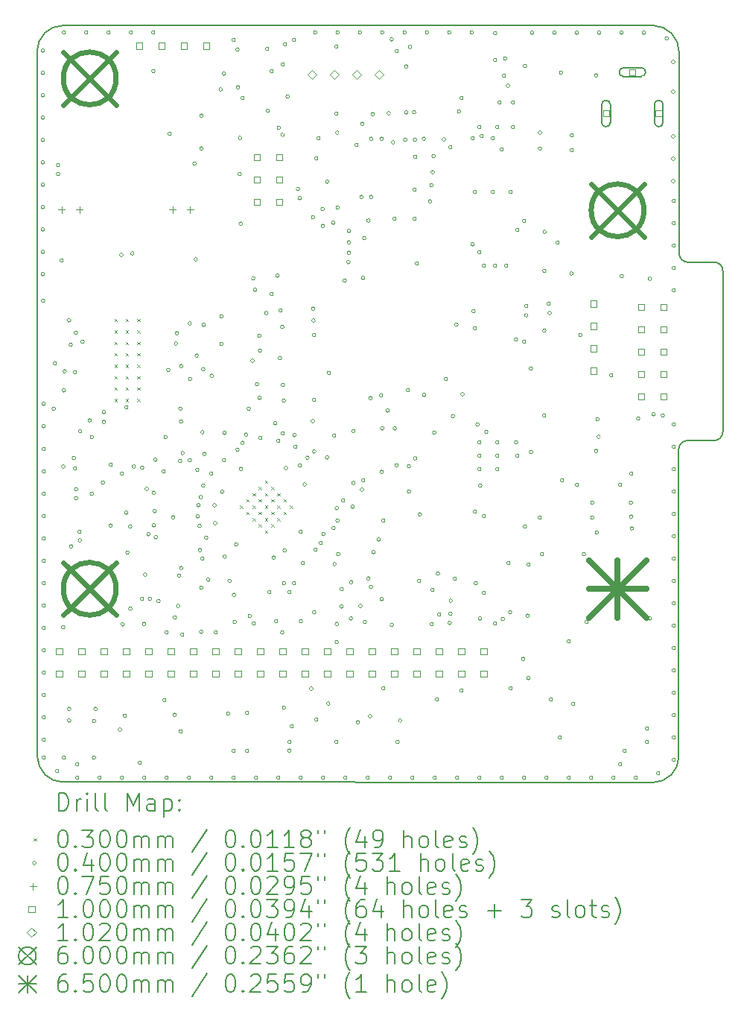
<source format=gbr>
%TF.GenerationSoftware,KiCad,Pcbnew,(6.0.7)*%
%TF.CreationDate,2022-07-29T08:46:01-07:00*%
%TF.ProjectId,SJ-201-R10,534a2d32-3031-42d5-9231-302e6b696361,rev?*%
%TF.SameCoordinates,Original*%
%TF.FileFunction,Drillmap*%
%TF.FilePolarity,Positive*%
%FSLAX45Y45*%
G04 Gerber Fmt 4.5, Leading zero omitted, Abs format (unit mm)*
G04 Created by KiCad (PCBNEW (6.0.7)) date 2022-07-29 08:46:01*
%MOMM*%
%LPD*%
G01*
G04 APERTURE LIST*
%ADD10C,0.200000*%
%ADD11C,0.030000*%
%ADD12C,0.040000*%
%ADD13C,0.075000*%
%ADD14C,0.100000*%
%ADD15C,0.102000*%
%ADD16C,0.600000*%
%ADD17C,0.650000*%
G04 APERTURE END LIST*
D10*
X7104683Y37529D02*
X396000Y37529D01*
X102224Y-259262D02*
X105800Y-8266000D01*
X396000Y37529D02*
G75*
G03*
X102224Y-259262I1507J-295283D01*
G01*
X7402299Y-263095D02*
G75*
G03*
X7104683Y37529I-299119J1505D01*
G01*
X105800Y-8266000D02*
G75*
G03*
X403191Y-8559176I295283J2107D01*
G01*
X7398459Y-8268695D02*
X7398000Y-4778000D01*
X403191Y-8559176D02*
X7102292Y-8563095D01*
X7102292Y-8563089D02*
G75*
G03*
X7398459Y-8268695I888J295279D01*
G01*
X7402290Y-2552000D02*
G75*
G03*
X7502292Y-2652000I100000J0D01*
G01*
X7899000Y-2746720D02*
X7899000Y-4578000D01*
X7798459Y-4678000D02*
G75*
G03*
X7899000Y-4578000I271J100270D01*
G01*
X7498000Y-4678000D02*
G75*
G03*
X7398000Y-4778000I0J-100000D01*
G01*
X7899000Y-2746720D02*
G75*
G03*
X7798459Y-2652000I-97630J-2910D01*
G01*
X7798459Y-2652000D02*
X7502292Y-2652000D01*
X7798459Y-4678000D02*
X7498000Y-4678000D01*
X7402292Y-2552000D02*
X7402292Y-263095D01*
D11*
X981130Y-3295650D02*
X1011130Y-3325650D01*
X1011130Y-3295650D02*
X981130Y-3325650D01*
X981130Y-3425650D02*
X1011130Y-3455650D01*
X1011130Y-3425650D02*
X981130Y-3455650D01*
X981130Y-3555650D02*
X1011130Y-3585650D01*
X1011130Y-3555650D02*
X981130Y-3585650D01*
X981130Y-3685650D02*
X1011130Y-3715650D01*
X1011130Y-3685650D02*
X981130Y-3715650D01*
X981130Y-3815650D02*
X1011130Y-3845650D01*
X1011130Y-3815650D02*
X981130Y-3845650D01*
X981130Y-3945650D02*
X1011130Y-3975650D01*
X1011130Y-3945650D02*
X981130Y-3975650D01*
X981130Y-4075650D02*
X1011130Y-4105650D01*
X1011130Y-4075650D02*
X981130Y-4105650D01*
X981130Y-4205650D02*
X1011130Y-4235650D01*
X1011130Y-4205650D02*
X981130Y-4235650D01*
X1111130Y-3295650D02*
X1141130Y-3325650D01*
X1141130Y-3295650D02*
X1111130Y-3325650D01*
X1111130Y-3425650D02*
X1141130Y-3455650D01*
X1141130Y-3425650D02*
X1111130Y-3455650D01*
X1111130Y-3555650D02*
X1141130Y-3585650D01*
X1141130Y-3555650D02*
X1111130Y-3585650D01*
X1111130Y-3685650D02*
X1141130Y-3715650D01*
X1141130Y-3685650D02*
X1111130Y-3715650D01*
X1111130Y-3815650D02*
X1141130Y-3845650D01*
X1141130Y-3815650D02*
X1111130Y-3845650D01*
X1111130Y-3945650D02*
X1141130Y-3975650D01*
X1141130Y-3945650D02*
X1111130Y-3975650D01*
X1111130Y-4075650D02*
X1141130Y-4105650D01*
X1141130Y-4075650D02*
X1111130Y-4105650D01*
X1111130Y-4205650D02*
X1141130Y-4235650D01*
X1141130Y-4205650D02*
X1111130Y-4235650D01*
X1241130Y-3295650D02*
X1271130Y-3325650D01*
X1271130Y-3295650D02*
X1241130Y-3325650D01*
X1241130Y-3425650D02*
X1271130Y-3455650D01*
X1271130Y-3425650D02*
X1241130Y-3455650D01*
X1241130Y-3555650D02*
X1271130Y-3585650D01*
X1271130Y-3555650D02*
X1241130Y-3585650D01*
X1241130Y-3685650D02*
X1271130Y-3715650D01*
X1271130Y-3685650D02*
X1241130Y-3715650D01*
X1241130Y-3815650D02*
X1271130Y-3845650D01*
X1271130Y-3815650D02*
X1241130Y-3845650D01*
X1241130Y-3945650D02*
X1271130Y-3975650D01*
X1271130Y-3945650D02*
X1241130Y-3975650D01*
X1241130Y-4075650D02*
X1271130Y-4105650D01*
X1271130Y-4075650D02*
X1241130Y-4105650D01*
X1241130Y-4205650D02*
X1271130Y-4235650D01*
X1271130Y-4205650D02*
X1241130Y-4235650D01*
X2410977Y-5416145D02*
X2440977Y-5446145D01*
X2440977Y-5416145D02*
X2410977Y-5446145D01*
X2481688Y-5345435D02*
X2511688Y-5375435D01*
X2511688Y-5345435D02*
X2481688Y-5375435D01*
X2481688Y-5486856D02*
X2511688Y-5516856D01*
X2511688Y-5486856D02*
X2481688Y-5516856D01*
X2552398Y-5274724D02*
X2582398Y-5304724D01*
X2582398Y-5274724D02*
X2552398Y-5304724D01*
X2552398Y-5416145D02*
X2582398Y-5446145D01*
X2582398Y-5416145D02*
X2552398Y-5446145D01*
X2552398Y-5557567D02*
X2582398Y-5587567D01*
X2582398Y-5557567D02*
X2552398Y-5587567D01*
X2623109Y-5204013D02*
X2653109Y-5234013D01*
X2653109Y-5204013D02*
X2623109Y-5234013D01*
X2623109Y-5345435D02*
X2653109Y-5375435D01*
X2653109Y-5345435D02*
X2623109Y-5375435D01*
X2623109Y-5486856D02*
X2653109Y-5516856D01*
X2653109Y-5486856D02*
X2623109Y-5516856D01*
X2623109Y-5628277D02*
X2653109Y-5658277D01*
X2653109Y-5628277D02*
X2623109Y-5658277D01*
X2693820Y-5133303D02*
X2723820Y-5163303D01*
X2723820Y-5133303D02*
X2693820Y-5163303D01*
X2693820Y-5274724D02*
X2723820Y-5304724D01*
X2723820Y-5274724D02*
X2693820Y-5304724D01*
X2693820Y-5416145D02*
X2723820Y-5446145D01*
X2723820Y-5416145D02*
X2693820Y-5446145D01*
X2693820Y-5557567D02*
X2723820Y-5587567D01*
X2723820Y-5557567D02*
X2693820Y-5587567D01*
X2693820Y-5698988D02*
X2723820Y-5728988D01*
X2723820Y-5698988D02*
X2693820Y-5728988D01*
X2764530Y-5204013D02*
X2794530Y-5234013D01*
X2794530Y-5204013D02*
X2764530Y-5234013D01*
X2764530Y-5345435D02*
X2794530Y-5375435D01*
X2794530Y-5345435D02*
X2764530Y-5375435D01*
X2764530Y-5486856D02*
X2794530Y-5516856D01*
X2794530Y-5486856D02*
X2764530Y-5516856D01*
X2764530Y-5628277D02*
X2794530Y-5658277D01*
X2794530Y-5628277D02*
X2764530Y-5658277D01*
X2835241Y-5274724D02*
X2865241Y-5304724D01*
X2865241Y-5274724D02*
X2835241Y-5304724D01*
X2835241Y-5416145D02*
X2865241Y-5446145D01*
X2865241Y-5416145D02*
X2835241Y-5446145D01*
X2835241Y-5557567D02*
X2865241Y-5587567D01*
X2865241Y-5557567D02*
X2835241Y-5587567D01*
X2905952Y-5345435D02*
X2935952Y-5375435D01*
X2935952Y-5345435D02*
X2905952Y-5375435D01*
X2905952Y-5486856D02*
X2935952Y-5516856D01*
X2935952Y-5486856D02*
X2905952Y-5516856D01*
X2976662Y-5416145D02*
X3006662Y-5446145D01*
X3006662Y-5416145D02*
X2976662Y-5446145D01*
D12*
X187640Y-248920D02*
G75*
G03*
X187640Y-248920I-20000J0D01*
G01*
X187640Y-502920D02*
G75*
G03*
X187640Y-502920I-20000J0D01*
G01*
X187640Y-756920D02*
G75*
G03*
X187640Y-756920I-20000J0D01*
G01*
X187640Y-1010920D02*
G75*
G03*
X187640Y-1010920I-20000J0D01*
G01*
X187640Y-1264920D02*
G75*
G03*
X187640Y-1264920I-20000J0D01*
G01*
X187640Y-1518920D02*
G75*
G03*
X187640Y-1518920I-20000J0D01*
G01*
X187640Y-1772920D02*
G75*
G03*
X187640Y-1772920I-20000J0D01*
G01*
X187640Y-2026920D02*
G75*
G03*
X187640Y-2026920I-20000J0D01*
G01*
X187640Y-2280920D02*
G75*
G03*
X187640Y-2280920I-20000J0D01*
G01*
X187640Y-2534920D02*
G75*
G03*
X187640Y-2534920I-20000J0D01*
G01*
X187640Y-2788920D02*
G75*
G03*
X187640Y-2788920I-20000J0D01*
G01*
X190000Y-3090000D02*
G75*
G03*
X190000Y-3090000I-20000J0D01*
G01*
X197800Y-4262120D02*
G75*
G03*
X197800Y-4262120I-20000J0D01*
G01*
X197800Y-4516120D02*
G75*
G03*
X197800Y-4516120I-20000J0D01*
G01*
X197800Y-4775200D02*
G75*
G03*
X197800Y-4775200I-20000J0D01*
G01*
X197800Y-5029200D02*
G75*
G03*
X197800Y-5029200I-20000J0D01*
G01*
X197800Y-5283200D02*
G75*
G03*
X197800Y-5283200I-20000J0D01*
G01*
X197800Y-5537200D02*
G75*
G03*
X197800Y-5537200I-20000J0D01*
G01*
X197800Y-5791200D02*
G75*
G03*
X197800Y-5791200I-20000J0D01*
G01*
X197800Y-6045200D02*
G75*
G03*
X197800Y-6045200I-20000J0D01*
G01*
X197800Y-6299200D02*
G75*
G03*
X197800Y-6299200I-20000J0D01*
G01*
X197800Y-6553200D02*
G75*
G03*
X197800Y-6553200I-20000J0D01*
G01*
X197800Y-6807200D02*
G75*
G03*
X197800Y-6807200I-20000J0D01*
G01*
X197800Y-7061200D02*
G75*
G03*
X197800Y-7061200I-20000J0D01*
G01*
X197800Y-7315200D02*
G75*
G03*
X197800Y-7315200I-20000J0D01*
G01*
X197800Y-7569200D02*
G75*
G03*
X197800Y-7569200I-20000J0D01*
G01*
X197800Y-7823200D02*
G75*
G03*
X197800Y-7823200I-20000J0D01*
G01*
X197800Y-8077200D02*
G75*
G03*
X197800Y-8077200I-20000J0D01*
G01*
X197800Y-8280400D02*
G75*
G03*
X197800Y-8280400I-20000J0D01*
G01*
X312100Y-4318000D02*
G75*
G03*
X312100Y-4318000I-20000J0D01*
G01*
X324799Y-3799840D02*
G75*
G03*
X324799Y-3799840I-20000J0D01*
G01*
X350200Y-8432800D02*
G75*
G03*
X350200Y-8432800I-20000J0D01*
G01*
X362010Y-1549400D02*
G75*
G03*
X362010Y-1549400I-20000J0D01*
G01*
X362010Y-1648460D02*
G75*
G03*
X362010Y-1648460I-20000J0D01*
G01*
X401000Y-2633980D02*
G75*
G03*
X401000Y-2633980I-20000J0D01*
G01*
X420000Y-6800000D02*
G75*
G03*
X420000Y-6800000I-20000J0D01*
G01*
X422109Y-4974109D02*
G75*
G03*
X422109Y-4974109I-20000J0D01*
G01*
X425824Y-4107196D02*
G75*
G03*
X425824Y-4107196I-20000J0D01*
G01*
X426400Y-40640D02*
G75*
G03*
X426400Y-40640I-20000J0D01*
G01*
X426400Y-8280400D02*
G75*
G03*
X426400Y-8280400I-20000J0D01*
G01*
X436560Y-3891280D02*
G75*
G03*
X436560Y-3891280I-20000J0D01*
G01*
X487360Y-3312160D02*
G75*
G03*
X487360Y-3312160I-20000J0D01*
G01*
X487360Y-7726680D02*
G75*
G03*
X487360Y-7726680I-20000J0D01*
G01*
X487360Y-7858760D02*
G75*
G03*
X487360Y-7858760I-20000J0D01*
G01*
X505140Y-3591560D02*
G75*
G03*
X505140Y-3591560I-20000J0D01*
G01*
X510000Y-5880000D02*
G75*
G03*
X510000Y-5880000I-20000J0D01*
G01*
X540700Y-4876800D02*
G75*
G03*
X540700Y-4876800I-20000J0D01*
G01*
X553400Y-4994650D02*
G75*
G03*
X553400Y-4994650I-20000J0D01*
G01*
X553584Y-3903584D02*
G75*
G03*
X553584Y-3903584I-20000J0D01*
G01*
X563560Y-3454400D02*
G75*
G03*
X563560Y-3454400I-20000J0D01*
G01*
X566100Y-5232400D02*
G75*
G03*
X566100Y-5232400I-20000J0D01*
G01*
X566100Y-5334000D02*
G75*
G03*
X566100Y-5334000I-20000J0D01*
G01*
X578800Y-8356600D02*
G75*
G03*
X578800Y-8356600I-20000J0D01*
G01*
X578800Y-8509000D02*
G75*
G03*
X578800Y-8509000I-20000J0D01*
G01*
X604200Y-5715000D02*
G75*
G03*
X604200Y-5715000I-20000J0D01*
G01*
X609280Y-5812002D02*
G75*
G03*
X609280Y-5812002I-20000J0D01*
G01*
X611820Y-4572000D02*
G75*
G03*
X611820Y-4572000I-20000J0D01*
G01*
X639760Y-3556000D02*
G75*
G03*
X639760Y-3556000I-20000J0D01*
G01*
X680400Y-40640D02*
G75*
G03*
X680400Y-40640I-20000J0D01*
G01*
X720927Y-4449073D02*
G75*
G03*
X720927Y-4449073I-20000J0D01*
G01*
X743900Y-5283200D02*
G75*
G03*
X743900Y-5283200I-20000J0D01*
G01*
X746440Y-4639450D02*
G75*
G03*
X746440Y-4639450I-20000J0D01*
G01*
X770000Y-8280000D02*
G75*
G03*
X770000Y-8280000I-20000J0D01*
G01*
X771840Y-7863840D02*
G75*
G03*
X771840Y-7863840I-20000J0D01*
G01*
X787080Y-7726680D02*
G75*
G03*
X787080Y-7726680I-20000J0D01*
G01*
X832800Y-8509000D02*
G75*
G03*
X832800Y-8509000I-20000J0D01*
G01*
X870900Y-5156200D02*
G75*
G03*
X870900Y-5156200I-20000J0D01*
G01*
X883600Y-4353560D02*
G75*
G03*
X883600Y-4353560I-20000J0D01*
G01*
X883600Y-4467860D02*
G75*
G03*
X883600Y-4467860I-20000J0D01*
G01*
X934400Y-40640D02*
G75*
G03*
X934400Y-40640I-20000J0D01*
G01*
X959800Y-4953000D02*
G75*
G03*
X959800Y-4953000I-20000J0D01*
G01*
X959800Y-5643880D02*
G75*
G03*
X959800Y-5643880I-20000J0D01*
G01*
X1063940Y-7962900D02*
G75*
G03*
X1063940Y-7962900I-20000J0D01*
G01*
X1081720Y-2567940D02*
G75*
G03*
X1081720Y-2567940I-20000J0D01*
G01*
X1086800Y-5054600D02*
G75*
G03*
X1086800Y-5054600I-20000J0D01*
G01*
X1086800Y-8509000D02*
G75*
G03*
X1086800Y-8509000I-20000J0D01*
G01*
X1096960Y-6766560D02*
G75*
G03*
X1096960Y-6766560I-20000J0D01*
G01*
X1119820Y-7805420D02*
G75*
G03*
X1119820Y-7805420I-20000J0D01*
G01*
X1137600Y-4301300D02*
G75*
G03*
X1137600Y-4301300I-20000J0D01*
G01*
X1137600Y-5496560D02*
G75*
G03*
X1137600Y-5496560I-20000J0D01*
G01*
X1150000Y-5950000D02*
G75*
G03*
X1150000Y-5950000I-20000J0D01*
G01*
X1181962Y-5653593D02*
G75*
G03*
X1181962Y-5653593I-20000J0D01*
G01*
X1183320Y-6588760D02*
G75*
G03*
X1183320Y-6588760I-20000J0D01*
G01*
X1188400Y-40640D02*
G75*
G03*
X1188400Y-40640I-20000J0D01*
G01*
X1206180Y-2552700D02*
G75*
G03*
X1206180Y-2552700I-20000J0D01*
G01*
X1222610Y-4973235D02*
G75*
G03*
X1222610Y-4973235I-20000J0D01*
G01*
X1290000Y-8340350D02*
G75*
G03*
X1290000Y-8340350I-20000J0D01*
G01*
X1315400Y-6477000D02*
G75*
G03*
X1315400Y-6477000I-20000J0D01*
G01*
X1317063Y-4988249D02*
G75*
G03*
X1317063Y-4988249I-20000J0D01*
G01*
X1340800Y-6761480D02*
G75*
G03*
X1340800Y-6761480I-20000J0D01*
G01*
X1340800Y-8509000D02*
G75*
G03*
X1340800Y-8509000I-20000J0D01*
G01*
X1351447Y-6202362D02*
G75*
G03*
X1351447Y-6202362I-20000J0D01*
G01*
X1368881Y-5228622D02*
G75*
G03*
X1368881Y-5228622I-20000J0D01*
G01*
X1389781Y-5741526D02*
G75*
G03*
X1389781Y-5741526I-20000J0D01*
G01*
X1405350Y-6477000D02*
G75*
G03*
X1405350Y-6477000I-20000J0D01*
G01*
X1442400Y-40640D02*
G75*
G03*
X1442400Y-40640I-20000J0D01*
G01*
X1444940Y-480060D02*
G75*
G03*
X1444940Y-480060I-20000J0D01*
G01*
X1448192Y-5271059D02*
G75*
G03*
X1448192Y-5271059I-20000J0D01*
G01*
X1449731Y-5640000D02*
G75*
G03*
X1449731Y-5640000I-20000J0D01*
G01*
X1460000Y-5480000D02*
G75*
G03*
X1460000Y-5480000I-20000J0D01*
G01*
X1467800Y-4894800D02*
G75*
G03*
X1467800Y-4894800I-20000J0D01*
G01*
X1472880Y-5775960D02*
G75*
G03*
X1472880Y-5775960I-20000J0D01*
G01*
X1503360Y-6502400D02*
G75*
G03*
X1503360Y-6502400I-20000J0D01*
G01*
X1560199Y-5029200D02*
G75*
G03*
X1560199Y-5029200I-20000J0D01*
G01*
X1569400Y-7629150D02*
G75*
G03*
X1569400Y-7629150I-20000J0D01*
G01*
X1584640Y-4639450D02*
G75*
G03*
X1584640Y-4639450I-20000J0D01*
G01*
X1594800Y-6858000D02*
G75*
G03*
X1594800Y-6858000I-20000J0D01*
G01*
X1594800Y-8509000D02*
G75*
G03*
X1594800Y-8509000I-20000J0D01*
G01*
X1615120Y-3875600D02*
G75*
G03*
X1615120Y-3875600I-20000J0D01*
G01*
X1630360Y-1193800D02*
G75*
G03*
X1630360Y-1193800I-20000J0D01*
G01*
X1669510Y-5550000D02*
G75*
G03*
X1669510Y-5550000I-20000J0D01*
G01*
X1686240Y-7795260D02*
G75*
G03*
X1686240Y-7795260I-20000J0D01*
G01*
X1690000Y-6690000D02*
G75*
G03*
X1690000Y-6690000I-20000J0D01*
G01*
X1701480Y-3576320D02*
G75*
G03*
X1701480Y-3576320I-20000J0D01*
G01*
X1711640Y-3459480D02*
G75*
G03*
X1711640Y-3459480I-20000J0D01*
G01*
X1726791Y-6556791D02*
G75*
G03*
X1726791Y-6556791I-20000J0D01*
G01*
X1738015Y-6212840D02*
G75*
G03*
X1738015Y-6212840I-20000J0D01*
G01*
X1748181Y-4911913D02*
G75*
G03*
X1748181Y-4911913I-20000J0D01*
G01*
X1752280Y-4315460D02*
G75*
G03*
X1752280Y-4315460I-20000J0D01*
G01*
X1754820Y-7983220D02*
G75*
G03*
X1754820Y-7983220I-20000J0D01*
G01*
X1759900Y-4462780D02*
G75*
G03*
X1759900Y-4462780I-20000J0D01*
G01*
X1761088Y-6125899D02*
G75*
G03*
X1761088Y-6125899I-20000J0D01*
G01*
X1762440Y-3833100D02*
G75*
G03*
X1762440Y-3833100I-20000J0D01*
G01*
X1772600Y-6883400D02*
G75*
G03*
X1772600Y-6883400I-20000J0D01*
G01*
X1777680Y-4820920D02*
G75*
G03*
X1777680Y-4820920I-20000J0D01*
G01*
X1848800Y-8509000D02*
G75*
G03*
X1848800Y-8509000I-20000J0D01*
G01*
X1858960Y-3347720D02*
G75*
G03*
X1858960Y-3347720I-20000J0D01*
G01*
X1858960Y-4902200D02*
G75*
G03*
X1858960Y-4902200I-20000J0D01*
G01*
X1864040Y-3977640D02*
G75*
G03*
X1864040Y-3977640I-20000J0D01*
G01*
X1912300Y-1531620D02*
G75*
G03*
X1912300Y-1531620I-20000J0D01*
G01*
X1926090Y-2620000D02*
G75*
G03*
X1926090Y-2620000I-20000J0D01*
G01*
X1937700Y-3713480D02*
G75*
G03*
X1937700Y-3713480I-20000J0D01*
G01*
X1945047Y-5010799D02*
G75*
G03*
X1945047Y-5010799I-20000J0D01*
G01*
X1950000Y-5540000D02*
G75*
G03*
X1950000Y-5540000I-20000J0D01*
G01*
X1957008Y-5411867D02*
G75*
G03*
X1957008Y-5411867I-20000J0D01*
G01*
X1970720Y-5648960D02*
G75*
G03*
X1970720Y-5648960I-20000J0D01*
G01*
X1975533Y-5924550D02*
G75*
G03*
X1975533Y-5924550I-20000J0D01*
G01*
X1984728Y-5321053D02*
G75*
G03*
X1984728Y-5321053I-20000J0D01*
G01*
X1988876Y-6851939D02*
G75*
G03*
X1988876Y-6851939I-20000J0D01*
G01*
X1990000Y-1360000D02*
G75*
G03*
X1990000Y-1360000I-20000J0D01*
G01*
X1991040Y-988060D02*
G75*
G03*
X1991040Y-988060I-20000J0D01*
G01*
X1991040Y-6350000D02*
G75*
G03*
X1991040Y-6350000I-20000J0D01*
G01*
X2001200Y-6019800D02*
G75*
G03*
X2001200Y-6019800I-20000J0D01*
G01*
X2002443Y-4583925D02*
G75*
G03*
X2002443Y-4583925I-20000J0D01*
G01*
X2011360Y-3868420D02*
G75*
G03*
X2011360Y-3868420I-20000J0D01*
G01*
X2011360Y-5188895D02*
G75*
G03*
X2011360Y-5188895I-20000J0D01*
G01*
X2016440Y-3362960D02*
G75*
G03*
X2016440Y-3362960I-20000J0D01*
G01*
X2026600Y-4831080D02*
G75*
G03*
X2026600Y-4831080I-20000J0D01*
G01*
X2044776Y-5781518D02*
G75*
G03*
X2044776Y-5781518I-20000J0D01*
G01*
X2070000Y-6259450D02*
G75*
G03*
X2070000Y-6259450I-20000J0D01*
G01*
X2102800Y-5054600D02*
G75*
G03*
X2102800Y-5054600I-20000J0D01*
G01*
X2102800Y-8509000D02*
G75*
G03*
X2102800Y-8509000I-20000J0D01*
G01*
X2107880Y-3942080D02*
G75*
G03*
X2107880Y-3942080I-20000J0D01*
G01*
X2140643Y-5412997D02*
G75*
G03*
X2140643Y-5412997I-20000J0D01*
G01*
X2149274Y-5617726D02*
G75*
G03*
X2149274Y-5617726I-20000J0D01*
G01*
X2153600Y-6858000D02*
G75*
G03*
X2153600Y-6858000I-20000J0D01*
G01*
X2210000Y-690000D02*
G75*
G03*
X2210000Y-690000I-20000J0D01*
G01*
X2219640Y-3268980D02*
G75*
G03*
X2219640Y-3268980I-20000J0D01*
G01*
X2220000Y-3580000D02*
G75*
G03*
X2220000Y-3580000I-20000J0D01*
G01*
X2227493Y-5259640D02*
G75*
G03*
X2227493Y-5259640I-20000J0D01*
G01*
X2246015Y-4902200D02*
G75*
G03*
X2246015Y-4902200I-20000J0D01*
G01*
X2247580Y-510540D02*
G75*
G03*
X2247580Y-510540I-20000J0D01*
G01*
X2255200Y-4592320D02*
G75*
G03*
X2255200Y-4592320I-20000J0D01*
G01*
X2256330Y-5997936D02*
G75*
G03*
X2256330Y-5997936I-20000J0D01*
G01*
X2295840Y-7781550D02*
G75*
G03*
X2295840Y-7781550I-20000J0D01*
G01*
X2311080Y-6271260D02*
G75*
G03*
X2311080Y-6271260I-20000J0D01*
G01*
X2356800Y-127000D02*
G75*
G03*
X2356800Y-127000I-20000J0D01*
G01*
X2356800Y-8204200D02*
G75*
G03*
X2356800Y-8204200I-20000J0D01*
G01*
X2356800Y-8509000D02*
G75*
G03*
X2356800Y-8509000I-20000J0D01*
G01*
X2361880Y-6431280D02*
G75*
G03*
X2361880Y-6431280I-20000J0D01*
G01*
X2370000Y-6740000D02*
G75*
G03*
X2370000Y-6740000I-20000J0D01*
G01*
X2388342Y-5858374D02*
G75*
G03*
X2388342Y-5858374I-20000J0D01*
G01*
X2399980Y-236220D02*
G75*
G03*
X2399980Y-236220I-20000J0D01*
G01*
X2402295Y-4782015D02*
G75*
G03*
X2402295Y-4782015I-20000J0D01*
G01*
X2407600Y-666490D02*
G75*
G03*
X2407600Y-666490I-20000J0D01*
G01*
X2425380Y-1651000D02*
G75*
G03*
X2425380Y-1651000I-20000J0D01*
G01*
X2430000Y-1240000D02*
G75*
G03*
X2430000Y-1240000I-20000J0D01*
G01*
X2438080Y-2214880D02*
G75*
G03*
X2438080Y-2214880I-20000J0D01*
G01*
X2440000Y-5000000D02*
G75*
G03*
X2440000Y-5000000I-20000J0D01*
G01*
X2458400Y-786390D02*
G75*
G03*
X2458400Y-786390I-20000J0D01*
G01*
X2458400Y-4705350D02*
G75*
G03*
X2458400Y-4705350I-20000J0D01*
G01*
X2498201Y-4611799D02*
G75*
G03*
X2498201Y-4611799I-20000J0D01*
G01*
X2509200Y-7772400D02*
G75*
G03*
X2509200Y-7772400I-20000J0D01*
G01*
X2509200Y-8204200D02*
G75*
G03*
X2509200Y-8204200I-20000J0D01*
G01*
X2529520Y-4315460D02*
G75*
G03*
X2529520Y-4315460I-20000J0D01*
G01*
X2540731Y-6672613D02*
G75*
G03*
X2540731Y-6672613I-20000J0D01*
G01*
X2572700Y-3771900D02*
G75*
G03*
X2572700Y-3771900I-20000J0D01*
G01*
X2580320Y-2834640D02*
G75*
G03*
X2580320Y-2834640I-20000J0D01*
G01*
X2585400Y-6756400D02*
G75*
G03*
X2585400Y-6756400I-20000J0D01*
G01*
X2600640Y-2966720D02*
G75*
G03*
X2600640Y-2966720I-20000J0D01*
G01*
X2610800Y-8509000D02*
G75*
G03*
X2610800Y-8509000I-20000J0D01*
G01*
X2623500Y-4036060D02*
G75*
G03*
X2623500Y-4036060I-20000J0D01*
G01*
X2651440Y-3487420D02*
G75*
G03*
X2651440Y-3487420I-20000J0D01*
G01*
X2653497Y-4193680D02*
G75*
G03*
X2653497Y-4193680I-20000J0D01*
G01*
X2656520Y-3657600D02*
G75*
G03*
X2656520Y-3657600I-20000J0D01*
G01*
X2661600Y-4648200D02*
G75*
G03*
X2661600Y-4648200I-20000J0D01*
G01*
X2730000Y-3230000D02*
G75*
G03*
X2730000Y-3230000I-20000J0D01*
G01*
X2737800Y-228600D02*
G75*
G03*
X2737800Y-228600I-20000J0D01*
G01*
X2745662Y-931938D02*
G75*
G03*
X2745662Y-931938I-20000J0D01*
G01*
X2763200Y-6400800D02*
G75*
G03*
X2763200Y-6400800I-20000J0D01*
G01*
X2788600Y-482600D02*
G75*
G03*
X2788600Y-482600I-20000J0D01*
G01*
X2788600Y-3012440D02*
G75*
G03*
X2788600Y-3012440I-20000J0D01*
G01*
X2811625Y-6007548D02*
G75*
G03*
X2811625Y-6007548I-20000J0D01*
G01*
X2830000Y-4480000D02*
G75*
G03*
X2830000Y-4480000I-20000J0D01*
G01*
X2839400Y-6729950D02*
G75*
G03*
X2839400Y-6729950I-20000J0D01*
G01*
X2854640Y-2804160D02*
G75*
G03*
X2854640Y-2804160I-20000J0D01*
G01*
X2864628Y-4680379D02*
G75*
G03*
X2864628Y-4680379I-20000J0D01*
G01*
X2864800Y-8509000D02*
G75*
G03*
X2864800Y-8509000I-20000J0D01*
G01*
X2871499Y-1126354D02*
G75*
G03*
X2871499Y-1126354I-20000J0D01*
G01*
X2883850Y-3740150D02*
G75*
G03*
X2883850Y-3740150I-20000J0D01*
G01*
X2890200Y-3200400D02*
G75*
G03*
X2890200Y-3200400I-20000J0D01*
G01*
X2910000Y-6858450D02*
G75*
G03*
X2910000Y-6858450I-20000J0D01*
G01*
X2910520Y-3388360D02*
G75*
G03*
X2910520Y-3388360I-20000J0D01*
G01*
X2913849Y-1205711D02*
G75*
G03*
X2913849Y-1205711I-20000J0D01*
G01*
X2915100Y-4597633D02*
G75*
G03*
X2915100Y-4597633I-20000J0D01*
G01*
X2915600Y-406400D02*
G75*
G03*
X2915600Y-406400I-20000J0D01*
G01*
X2917863Y-4045712D02*
G75*
G03*
X2917863Y-4045712I-20000J0D01*
G01*
X2928615Y-4226471D02*
G75*
G03*
X2928615Y-4226471I-20000J0D01*
G01*
X2930000Y-6300000D02*
G75*
G03*
X2930000Y-6300000I-20000J0D01*
G01*
X2930840Y-7711440D02*
G75*
G03*
X2930840Y-7711440I-20000J0D01*
G01*
X2936418Y-5925820D02*
G75*
G03*
X2936418Y-5925820I-20000J0D01*
G01*
X2941000Y-177800D02*
G75*
G03*
X2941000Y-177800I-20000J0D01*
G01*
X2951417Y-4990000D02*
G75*
G03*
X2951417Y-4990000I-20000J0D01*
G01*
X2971480Y-770750D02*
G75*
G03*
X2971480Y-770750I-20000J0D01*
G01*
X2991800Y-6400800D02*
G75*
G03*
X2991800Y-6400800I-20000J0D01*
G01*
X2991800Y-8102600D02*
G75*
G03*
X2991800Y-8102600I-20000J0D01*
G01*
X2991800Y-8201250D02*
G75*
G03*
X2991800Y-8201250I-20000J0D01*
G01*
X3017200Y-7924800D02*
G75*
G03*
X3017200Y-7924800I-20000J0D01*
G01*
X3042600Y-127000D02*
G75*
G03*
X3042600Y-127000I-20000J0D01*
G01*
X3042600Y-6299200D02*
G75*
G03*
X3042600Y-6299200I-20000J0D01*
G01*
X3048595Y-4616096D02*
G75*
G03*
X3048595Y-4616096I-20000J0D01*
G01*
X3060000Y-4750000D02*
G75*
G03*
X3060000Y-4750000I-20000J0D01*
G01*
X3088320Y-1818640D02*
G75*
G03*
X3088320Y-1818640I-20000J0D01*
G01*
X3108640Y-1925320D02*
G75*
G03*
X3108640Y-1925320I-20000J0D01*
G01*
X3110064Y-4960064D02*
G75*
G03*
X3110064Y-4960064I-20000J0D01*
G01*
X3118800Y-5715000D02*
G75*
G03*
X3118800Y-5715000I-20000J0D01*
G01*
X3118800Y-8509000D02*
G75*
G03*
X3118800Y-8509000I-20000J0D01*
G01*
X3122200Y-6731000D02*
G75*
G03*
X3122200Y-6731000I-20000J0D01*
G01*
X3144200Y-6070600D02*
G75*
G03*
X3144200Y-6070600I-20000J0D01*
G01*
X3165553Y-5177553D02*
G75*
G03*
X3165553Y-5177553I-20000J0D01*
G01*
X3196795Y-4873335D02*
G75*
G03*
X3196795Y-4873335I-20000J0D01*
G01*
X3240720Y-7498080D02*
G75*
G03*
X3240720Y-7498080I-20000J0D01*
G01*
X3258500Y-4456610D02*
G75*
G03*
X3258500Y-4456610I-20000J0D01*
G01*
X3260000Y-2140000D02*
G75*
G03*
X3260000Y-2140000I-20000J0D01*
G01*
X3262500Y-3181350D02*
G75*
G03*
X3262500Y-3181350I-20000J0D01*
G01*
X3264850Y-3314700D02*
G75*
G03*
X3264850Y-3314700I-20000J0D01*
G01*
X3271200Y-3479800D02*
G75*
G03*
X3271200Y-3479800I-20000J0D01*
G01*
X3271200Y-4216400D02*
G75*
G03*
X3271200Y-4216400I-20000J0D01*
G01*
X3272836Y-6629400D02*
G75*
G03*
X3272836Y-6629400I-20000J0D01*
G01*
X3273600Y-4803005D02*
G75*
G03*
X3273600Y-4803005I-20000J0D01*
G01*
X3286440Y-40640D02*
G75*
G03*
X3286440Y-40640I-20000J0D01*
G01*
X3287901Y-5918200D02*
G75*
G03*
X3287901Y-5918200I-20000J0D01*
G01*
X3296600Y-1473200D02*
G75*
G03*
X3296600Y-1473200I-20000J0D01*
G01*
X3296600Y-7848600D02*
G75*
G03*
X3296600Y-7848600I-20000J0D01*
G01*
X3322000Y-1244600D02*
G75*
G03*
X3322000Y-1244600I-20000J0D01*
G01*
X3347400Y-5842000D02*
G75*
G03*
X3347400Y-5842000I-20000J0D01*
G01*
X3370000Y-2050000D02*
G75*
G03*
X3370000Y-2050000I-20000J0D01*
G01*
X3372800Y-2240280D02*
G75*
G03*
X3372800Y-2240280I-20000J0D01*
G01*
X3372800Y-8509000D02*
G75*
G03*
X3372800Y-8509000I-20000J0D01*
G01*
X3379408Y-5739159D02*
G75*
G03*
X3379408Y-5739159I-20000J0D01*
G01*
X3420000Y-4870000D02*
G75*
G03*
X3420000Y-4870000I-20000J0D01*
G01*
X3421060Y-1737360D02*
G75*
G03*
X3421060Y-1737360I-20000J0D01*
G01*
X3433760Y-7665720D02*
G75*
G03*
X3433760Y-7665720I-20000J0D01*
G01*
X3440000Y-3910000D02*
G75*
G03*
X3440000Y-3910000I-20000J0D01*
G01*
X3489640Y-2204720D02*
G75*
G03*
X3489640Y-2204720I-20000J0D01*
G01*
X3493450Y-5670550D02*
G75*
G03*
X3493450Y-5670550I-20000J0D01*
G01*
X3499736Y-4622800D02*
G75*
G03*
X3499736Y-4622800I-20000J0D01*
G01*
X3504880Y-6083300D02*
G75*
G03*
X3504880Y-6083300I-20000J0D01*
G01*
X3525200Y-203200D02*
G75*
G03*
X3525200Y-203200I-20000J0D01*
G01*
X3525200Y-965200D02*
G75*
G03*
X3525200Y-965200I-20000J0D01*
G01*
X3525200Y-8102600D02*
G75*
G03*
X3525200Y-8102600I-20000J0D01*
G01*
X3528691Y-6968691D02*
G75*
G03*
X3528691Y-6968691I-20000J0D01*
G01*
X3530280Y-5445760D02*
G75*
G03*
X3530280Y-5445760I-20000J0D01*
G01*
X3530280Y-6761480D02*
G75*
G03*
X3530280Y-6761480I-20000J0D01*
G01*
X3535360Y-1181100D02*
G75*
G03*
X3535360Y-1181100I-20000J0D01*
G01*
X3538490Y-5586904D02*
G75*
G03*
X3538490Y-5586904I-20000J0D01*
G01*
X3540000Y-2030000D02*
G75*
G03*
X3540000Y-2030000I-20000J0D01*
G01*
X3540440Y-40640D02*
G75*
G03*
X3540440Y-40640I-20000J0D01*
G01*
X3548060Y-5969000D02*
G75*
G03*
X3548060Y-5969000I-20000J0D01*
G01*
X3584750Y-6366651D02*
G75*
G03*
X3584750Y-6366651I-20000J0D01*
G01*
X3584750Y-6563360D02*
G75*
G03*
X3584750Y-6563360I-20000J0D01*
G01*
X3601400Y-5359400D02*
G75*
G03*
X3601400Y-5359400I-20000J0D01*
G01*
X3620000Y-2860550D02*
G75*
G03*
X3620000Y-2860550I-20000J0D01*
G01*
X3626800Y-8509000D02*
G75*
G03*
X3626800Y-8509000I-20000J0D01*
G01*
X3662360Y-2651760D02*
G75*
G03*
X3662360Y-2651760I-20000J0D01*
G01*
X3667440Y-2545080D02*
G75*
G03*
X3667440Y-2545080I-20000J0D01*
G01*
X3667800Y-2295800D02*
G75*
G03*
X3667800Y-2295800I-20000J0D01*
G01*
X3667800Y-2427880D02*
G75*
G03*
X3667800Y-2427880I-20000J0D01*
G01*
X3690300Y-6699250D02*
G75*
G03*
X3690300Y-6699250I-20000J0D01*
G01*
X3695380Y-6287950D02*
G75*
G03*
X3695380Y-6287950I-20000J0D01*
G01*
X3711468Y-5430520D02*
G75*
G03*
X3711468Y-5430520I-20000J0D01*
G01*
X3720000Y-4570000D02*
G75*
G03*
X3720000Y-4570000I-20000J0D01*
G01*
X3720000Y-5160000D02*
G75*
G03*
X3720000Y-5160000I-20000J0D01*
G01*
X3753800Y-1320800D02*
G75*
G03*
X3753800Y-1320800I-20000J0D01*
G01*
X3769040Y-7879080D02*
G75*
G03*
X3769040Y-7879080I-20000J0D01*
G01*
X3794440Y-40640D02*
G75*
G03*
X3794440Y-40640I-20000J0D01*
G01*
X3800000Y-6557190D02*
G75*
G03*
X3800000Y-6557190I-20000J0D01*
G01*
X3810000Y-1910000D02*
G75*
G03*
X3810000Y-1910000I-20000J0D01*
G01*
X3817063Y-5235116D02*
G75*
G03*
X3817063Y-5235116I-20000J0D01*
G01*
X3820000Y-1080000D02*
G75*
G03*
X3820000Y-1080000I-20000J0D01*
G01*
X3830000Y-2830000D02*
G75*
G03*
X3830000Y-2830000I-20000J0D01*
G01*
X3830000Y-5130800D02*
G75*
G03*
X3830000Y-5130800I-20000J0D01*
G01*
X3842700Y-2379980D02*
G75*
G03*
X3842700Y-2379980I-20000J0D01*
G01*
X3850000Y-6740000D02*
G75*
G03*
X3850000Y-6740000I-20000J0D01*
G01*
X3880800Y-8509000D02*
G75*
G03*
X3880800Y-8509000I-20000J0D01*
G01*
X3890000Y-2180000D02*
G75*
G03*
X3890000Y-2180000I-20000J0D01*
G01*
X3890000Y-6244950D02*
G75*
G03*
X3890000Y-6244950I-20000J0D01*
G01*
X3910000Y-7810000D02*
G75*
G03*
X3910000Y-7810000I-20000J0D01*
G01*
X3912550Y-4195897D02*
G75*
G03*
X3912550Y-4195897I-20000J0D01*
G01*
X3920000Y-1250000D02*
G75*
G03*
X3920000Y-1250000I-20000J0D01*
G01*
X3920000Y-1910000D02*
G75*
G03*
X3920000Y-1910000I-20000J0D01*
G01*
X3920000Y-6341250D02*
G75*
G03*
X3920000Y-6341250I-20000J0D01*
G01*
X3940000Y-970000D02*
G75*
G03*
X3940000Y-970000I-20000J0D01*
G01*
X3946935Y-5944554D02*
G75*
G03*
X3946935Y-5944554I-20000J0D01*
G01*
X4007800Y-5801360D02*
G75*
G03*
X4007800Y-5801360I-20000J0D01*
G01*
X4033200Y-4165600D02*
G75*
G03*
X4033200Y-4165600I-20000J0D01*
G01*
X4040000Y-1250000D02*
G75*
G03*
X4040000Y-1250000I-20000J0D01*
G01*
X4040841Y-6479159D02*
G75*
G03*
X4040841Y-6479159I-20000J0D01*
G01*
X4041950Y-5034280D02*
G75*
G03*
X4041950Y-5034280I-20000J0D01*
G01*
X4046950Y-4540000D02*
G75*
G03*
X4046950Y-4540000I-20000J0D01*
G01*
X4048440Y-40640D02*
G75*
G03*
X4048440Y-40640I-20000J0D01*
G01*
X4058600Y-7493000D02*
G75*
G03*
X4058600Y-7493000I-20000J0D01*
G01*
X4058650Y-5588207D02*
G75*
G03*
X4058650Y-5588207I-20000J0D01*
G01*
X4109400Y-4337050D02*
G75*
G03*
X4109400Y-4337050I-20000J0D01*
G01*
X4120000Y-960000D02*
G75*
G03*
X4120000Y-960000I-20000J0D01*
G01*
X4134800Y-8509000D02*
G75*
G03*
X4134800Y-8509000I-20000J0D01*
G01*
X4153676Y-120476D02*
G75*
G03*
X4153676Y-120476I-20000J0D01*
G01*
X4155120Y-6771640D02*
G75*
G03*
X4155120Y-6771640I-20000J0D01*
G01*
X4170360Y-1290320D02*
G75*
G03*
X4170360Y-1290320I-20000J0D01*
G01*
X4185600Y-2159000D02*
G75*
G03*
X4185600Y-2159000I-20000J0D01*
G01*
X4190000Y-4540000D02*
G75*
G03*
X4190000Y-4540000I-20000J0D01*
G01*
X4210000Y-4960000D02*
G75*
G03*
X4210000Y-4960000I-20000J0D01*
G01*
X4211000Y-254000D02*
G75*
G03*
X4211000Y-254000I-20000J0D01*
G01*
X4220000Y-8102600D02*
G75*
G03*
X4220000Y-8102600I-20000J0D01*
G01*
X4250000Y-7860000D02*
G75*
G03*
X4250000Y-7860000I-20000J0D01*
G01*
X4302440Y-40640D02*
G75*
G03*
X4302440Y-40640I-20000J0D01*
G01*
X4310000Y-1260000D02*
G75*
G03*
X4310000Y-1260000I-20000J0D01*
G01*
X4320000Y-430000D02*
G75*
G03*
X4320000Y-430000I-20000J0D01*
G01*
X4320000Y-950000D02*
G75*
G03*
X4320000Y-950000I-20000J0D01*
G01*
X4338000Y-4106101D02*
G75*
G03*
X4338000Y-4106101I-20000J0D01*
G01*
X4350000Y-4970000D02*
G75*
G03*
X4350000Y-4970000I-20000J0D01*
G01*
X4350700Y-5257800D02*
G75*
G03*
X4350700Y-5257800I-20000J0D01*
G01*
X4363400Y-207150D02*
G75*
G03*
X4363400Y-207150I-20000J0D01*
G01*
X4388800Y-8509000D02*
G75*
G03*
X4388800Y-8509000I-20000J0D01*
G01*
X4410000Y-950000D02*
G75*
G03*
X4410000Y-950000I-20000J0D01*
G01*
X4414200Y-1828800D02*
G75*
G03*
X4414200Y-1828800I-20000J0D01*
G01*
X4414200Y-2159000D02*
G75*
G03*
X4414200Y-2159000I-20000J0D01*
G01*
X4420000Y-1260000D02*
G75*
G03*
X4420000Y-1260000I-20000J0D01*
G01*
X4420000Y-4880000D02*
G75*
G03*
X4420000Y-4880000I-20000J0D01*
G01*
X4421820Y-1455420D02*
G75*
G03*
X4421820Y-1455420I-20000J0D01*
G01*
X4439600Y-2667000D02*
G75*
G03*
X4439600Y-2667000I-20000J0D01*
G01*
X4465000Y-6273800D02*
G75*
G03*
X4465000Y-6273800I-20000J0D01*
G01*
X4475160Y-5516880D02*
G75*
G03*
X4475160Y-5516880I-20000J0D01*
G01*
X4520000Y-1250000D02*
G75*
G03*
X4520000Y-1250000I-20000J0D01*
G01*
X4522150Y-4159250D02*
G75*
G03*
X4522150Y-4159250I-20000J0D01*
G01*
X4556440Y-40640D02*
G75*
G03*
X4556440Y-40640I-20000J0D01*
G01*
X4589460Y-1960880D02*
G75*
G03*
X4589460Y-1960880I-20000J0D01*
G01*
X4606889Y-1777931D02*
G75*
G03*
X4606889Y-1777931I-20000J0D01*
G01*
X4609119Y-6764681D02*
G75*
G03*
X4609119Y-6764681I-20000J0D01*
G01*
X4617400Y-6375400D02*
G75*
G03*
X4617400Y-6375400I-20000J0D01*
G01*
X4619940Y-1630680D02*
G75*
G03*
X4619940Y-1630680I-20000J0D01*
G01*
X4631601Y-1447800D02*
G75*
G03*
X4631601Y-1447800I-20000J0D01*
G01*
X4640000Y-4590000D02*
G75*
G03*
X4640000Y-4590000I-20000J0D01*
G01*
X4642800Y-8509000D02*
G75*
G03*
X4642800Y-8509000I-20000J0D01*
G01*
X4668200Y-7620000D02*
G75*
G03*
X4668200Y-7620000I-20000J0D01*
G01*
X4680321Y-6191084D02*
G75*
G03*
X4680321Y-6191084I-20000J0D01*
G01*
X4693600Y-6653801D02*
G75*
G03*
X4693600Y-6653801I-20000J0D01*
G01*
X4746940Y-1257300D02*
G75*
G03*
X4746940Y-1257300I-20000J0D01*
G01*
X4770000Y-3980000D02*
G75*
G03*
X4770000Y-3980000I-20000J0D01*
G01*
X4810440Y-40640D02*
G75*
G03*
X4810440Y-40640I-20000J0D01*
G01*
X4814250Y-6750050D02*
G75*
G03*
X4814250Y-6750050I-20000J0D01*
G01*
X4820600Y-1346200D02*
G75*
G03*
X4820600Y-1346200I-20000J0D01*
G01*
X4821539Y-6645302D02*
G75*
G03*
X4821539Y-6645302I-20000J0D01*
G01*
X4825437Y-6497563D02*
G75*
G03*
X4825437Y-6497563I-20000J0D01*
G01*
X4850000Y-4400000D02*
G75*
G03*
X4850000Y-4400000I-20000J0D01*
G01*
X4871400Y-6248400D02*
G75*
G03*
X4871400Y-6248400I-20000J0D01*
G01*
X4890000Y-3360000D02*
G75*
G03*
X4890000Y-3360000I-20000J0D01*
G01*
X4896800Y-8509000D02*
G75*
G03*
X4896800Y-8509000I-20000J0D01*
G01*
X4920000Y-940000D02*
G75*
G03*
X4920000Y-940000I-20000J0D01*
G01*
X4947600Y-787400D02*
G75*
G03*
X4947600Y-787400I-20000J0D01*
G01*
X4947600Y-7518400D02*
G75*
G03*
X4947600Y-7518400I-20000J0D01*
G01*
X4960300Y-4152900D02*
G75*
G03*
X4960300Y-4152900I-20000J0D01*
G01*
X5064440Y-40640D02*
G75*
G03*
X5064440Y-40640I-20000J0D01*
G01*
X5074600Y-1244600D02*
G75*
G03*
X5074600Y-1244600I-20000J0D01*
G01*
X5074600Y-2448560D02*
G75*
G03*
X5074600Y-2448560I-20000J0D01*
G01*
X5084760Y-3208020D02*
G75*
G03*
X5084760Y-3208020I-20000J0D01*
G01*
X5100000Y-1854200D02*
G75*
G03*
X5100000Y-1854200I-20000J0D01*
G01*
X5100000Y-3403600D02*
G75*
G03*
X5100000Y-3403600I-20000J0D01*
G01*
X5100000Y-5486400D02*
G75*
G03*
X5100000Y-5486400I-20000J0D01*
G01*
X5110160Y-6299200D02*
G75*
G03*
X5110160Y-6299200I-20000J0D01*
G01*
X5129350Y-4495800D02*
G75*
G03*
X5129350Y-4495800I-20000J0D01*
G01*
X5150800Y-1117600D02*
G75*
G03*
X5150800Y-1117600I-20000J0D01*
G01*
X5150800Y-2540000D02*
G75*
G03*
X5150800Y-2540000I-20000J0D01*
G01*
X5150800Y-4699000D02*
G75*
G03*
X5150800Y-4699000I-20000J0D01*
G01*
X5150800Y-4851400D02*
G75*
G03*
X5150800Y-4851400I-20000J0D01*
G01*
X5150800Y-5003800D02*
G75*
G03*
X5150800Y-5003800I-20000J0D01*
G01*
X5150800Y-8509000D02*
G75*
G03*
X5150800Y-8509000I-20000J0D01*
G01*
X5159126Y-6699060D02*
G75*
G03*
X5159126Y-6699060I-20000J0D01*
G01*
X5160000Y-5190000D02*
G75*
G03*
X5160000Y-5190000I-20000J0D01*
G01*
X5176200Y-1219200D02*
G75*
G03*
X5176200Y-1219200I-20000J0D01*
G01*
X5201600Y-2692400D02*
G75*
G03*
X5201600Y-2692400I-20000J0D01*
G01*
X5201600Y-5537200D02*
G75*
G03*
X5201600Y-5537200I-20000J0D01*
G01*
X5201600Y-6409499D02*
G75*
G03*
X5201600Y-6409499I-20000J0D01*
G01*
X5230000Y-4580000D02*
G75*
G03*
X5230000Y-4580000I-20000J0D01*
G01*
X5303200Y-1244600D02*
G75*
G03*
X5303200Y-1244600I-20000J0D01*
G01*
X5303200Y-1854200D02*
G75*
G03*
X5303200Y-1854200I-20000J0D01*
G01*
X5328600Y-355600D02*
G75*
G03*
X5328600Y-355600I-20000J0D01*
G01*
X5328600Y-2692400D02*
G75*
G03*
X5328600Y-2692400I-20000J0D01*
G01*
X5328600Y-6756400D02*
G75*
G03*
X5328600Y-6756400I-20000J0D01*
G01*
X5330000Y-50000D02*
G75*
G03*
X5330000Y-50000I-20000J0D01*
G01*
X5354000Y-1117600D02*
G75*
G03*
X5354000Y-1117600I-20000J0D01*
G01*
X5354000Y-4699000D02*
G75*
G03*
X5354000Y-4699000I-20000J0D01*
G01*
X5354000Y-4851400D02*
G75*
G03*
X5354000Y-4851400I-20000J0D01*
G01*
X5354000Y-5003800D02*
G75*
G03*
X5354000Y-5003800I-20000J0D01*
G01*
X5379400Y-838200D02*
G75*
G03*
X5379400Y-838200I-20000J0D01*
G01*
X5404800Y-1371600D02*
G75*
G03*
X5404800Y-1371600I-20000J0D01*
G01*
X5404800Y-8509000D02*
G75*
G03*
X5404800Y-8509000I-20000J0D01*
G01*
X5417500Y-6705600D02*
G75*
G03*
X5417500Y-6705600I-20000J0D01*
G01*
X5430200Y-533400D02*
G75*
G03*
X5430200Y-533400I-20000J0D01*
G01*
X5445440Y-337820D02*
G75*
G03*
X5445440Y-337820I-20000J0D01*
G01*
X5455600Y-2692400D02*
G75*
G03*
X5455600Y-2692400I-20000J0D01*
G01*
X5475920Y-647700D02*
G75*
G03*
X5475920Y-647700I-20000J0D01*
G01*
X5481000Y-6070600D02*
G75*
G03*
X5481000Y-6070600I-20000J0D01*
G01*
X5501320Y-6629400D02*
G75*
G03*
X5501320Y-6629400I-20000J0D01*
G01*
X5506400Y-1854200D02*
G75*
G03*
X5506400Y-1854200I-20000J0D01*
G01*
X5506400Y-7493000D02*
G75*
G03*
X5506400Y-7493000I-20000J0D01*
G01*
X5531800Y-838200D02*
G75*
G03*
X5531800Y-838200I-20000J0D01*
G01*
X5531800Y-1117600D02*
G75*
G03*
X5531800Y-1117600I-20000J0D01*
G01*
X5567057Y-3531336D02*
G75*
G03*
X5567057Y-3531336I-20000J0D01*
G01*
X5570000Y-4700000D02*
G75*
G03*
X5570000Y-4700000I-20000J0D01*
G01*
X5582600Y-2286000D02*
G75*
G03*
X5582600Y-2286000I-20000J0D01*
G01*
X5582600Y-4851400D02*
G75*
G03*
X5582600Y-4851400I-20000J0D01*
G01*
X5650000Y-7160000D02*
G75*
G03*
X5650000Y-7160000I-20000J0D01*
G01*
X5658800Y-2184400D02*
G75*
G03*
X5658800Y-2184400I-20000J0D01*
G01*
X5658800Y-3556000D02*
G75*
G03*
X5658800Y-3556000I-20000J0D01*
G01*
X5658800Y-8509000D02*
G75*
G03*
X5658800Y-8509000I-20000J0D01*
G01*
X5668960Y-421640D02*
G75*
G03*
X5668960Y-421640I-20000J0D01*
G01*
X5668960Y-5654040D02*
G75*
G03*
X5668960Y-5654040I-20000J0D01*
G01*
X5684200Y-3149600D02*
G75*
G03*
X5684200Y-3149600I-20000J0D01*
G01*
X5684200Y-3255280D02*
G75*
G03*
X5684200Y-3255280I-20000J0D01*
G01*
X5700000Y-6670000D02*
G75*
G03*
X5700000Y-6670000I-20000J0D01*
G01*
X5709600Y-6085840D02*
G75*
G03*
X5709600Y-6085840I-20000J0D01*
G01*
X5709600Y-7376160D02*
G75*
G03*
X5709600Y-7376160I-20000J0D01*
G01*
X5737540Y-3860800D02*
G75*
G03*
X5737540Y-3860800I-20000J0D01*
G01*
X5740000Y-4810000D02*
G75*
G03*
X5740000Y-4810000I-20000J0D01*
G01*
X5750240Y-45720D02*
G75*
G03*
X5750240Y-45720I-20000J0D01*
G01*
X5836600Y-5552440D02*
G75*
G03*
X5836600Y-5552440I-20000J0D01*
G01*
X5840000Y-1180000D02*
G75*
G03*
X5840000Y-1180000I-20000J0D01*
G01*
X5840000Y-1360000D02*
G75*
G03*
X5840000Y-1360000I-20000J0D01*
G01*
X5862000Y-5969000D02*
G75*
G03*
X5862000Y-5969000I-20000J0D01*
G01*
X5887400Y-4394200D02*
G75*
G03*
X5887400Y-4394200I-20000J0D01*
G01*
X5890000Y-2750000D02*
G75*
G03*
X5890000Y-2750000I-20000J0D01*
G01*
X5890000Y-3430000D02*
G75*
G03*
X5890000Y-3430000I-20000J0D01*
G01*
X5893027Y-2306973D02*
G75*
G03*
X5893027Y-2306973I-20000J0D01*
G01*
X5912800Y-8509000D02*
G75*
G03*
X5912800Y-8509000I-20000J0D01*
G01*
X5938200Y-3124200D02*
G75*
G03*
X5938200Y-3124200I-20000J0D01*
G01*
X5950000Y-3230000D02*
G75*
G03*
X5950000Y-3230000I-20000J0D01*
G01*
X5963600Y-7620000D02*
G75*
G03*
X5963600Y-7620000I-20000J0D01*
G01*
X6004240Y-45720D02*
G75*
G03*
X6004240Y-45720I-20000J0D01*
G01*
X6040000Y-2430000D02*
G75*
G03*
X6040000Y-2430000I-20000J0D01*
G01*
X6065200Y-8051800D02*
G75*
G03*
X6065200Y-8051800I-20000J0D01*
G01*
X6080000Y-500000D02*
G75*
G03*
X6080000Y-500000I-20000J0D01*
G01*
X6090600Y-5130800D02*
G75*
G03*
X6090600Y-5130800I-20000J0D01*
G01*
X6166800Y-6959600D02*
G75*
G03*
X6166800Y-6959600I-20000J0D01*
G01*
X6166800Y-8509000D02*
G75*
G03*
X6166800Y-8509000I-20000J0D01*
G01*
X6198960Y-2781040D02*
G75*
G03*
X6198960Y-2781040I-20000J0D01*
G01*
X6200000Y-1210000D02*
G75*
G03*
X6200000Y-1210000I-20000J0D01*
G01*
X6200000Y-1380000D02*
G75*
G03*
X6200000Y-1380000I-20000J0D01*
G01*
X6217600Y-7670800D02*
G75*
G03*
X6217600Y-7670800I-20000J0D01*
G01*
X6258240Y-45720D02*
G75*
G03*
X6258240Y-45720I-20000J0D01*
G01*
X6259728Y-5181600D02*
G75*
G03*
X6259728Y-5181600I-20000J0D01*
G01*
X6300000Y-3480000D02*
G75*
G03*
X6300000Y-3480000I-20000J0D01*
G01*
X6340000Y-5970000D02*
G75*
G03*
X6340000Y-5970000I-20000J0D01*
G01*
X6370000Y-6740000D02*
G75*
G03*
X6370000Y-6740000I-20000J0D01*
G01*
X6420800Y-8509000D02*
G75*
G03*
X6420800Y-8509000I-20000J0D01*
G01*
X6436040Y-5384800D02*
G75*
G03*
X6436040Y-5384800I-20000J0D01*
G01*
X6436040Y-5552440D02*
G75*
G03*
X6436040Y-5552440I-20000J0D01*
G01*
X6479220Y-4798060D02*
G75*
G03*
X6479220Y-4798060I-20000J0D01*
G01*
X6480000Y-530000D02*
G75*
G03*
X6480000Y-530000I-20000J0D01*
G01*
X6486840Y-5722620D02*
G75*
G03*
X6486840Y-5722620I-20000J0D01*
G01*
X6494460Y-4434840D02*
G75*
G03*
X6494460Y-4434840I-20000J0D01*
G01*
X6507160Y-4635500D02*
G75*
G03*
X6507160Y-4635500I-20000J0D01*
G01*
X6512240Y-45720D02*
G75*
G03*
X6512240Y-45720I-20000J0D01*
G01*
X6649400Y-3937000D02*
G75*
G03*
X6649400Y-3937000I-20000J0D01*
G01*
X6674800Y-8509000D02*
G75*
G03*
X6674800Y-8509000I-20000J0D01*
G01*
X6751000Y-5181600D02*
G75*
G03*
X6751000Y-5181600I-20000J0D01*
G01*
X6751000Y-8356600D02*
G75*
G03*
X6751000Y-8356600I-20000J0D01*
G01*
X6766240Y-45720D02*
G75*
G03*
X6766240Y-45720I-20000J0D01*
G01*
X6770000Y-2810000D02*
G75*
G03*
X6770000Y-2810000I-20000J0D01*
G01*
X6801800Y-8204200D02*
G75*
G03*
X6801800Y-8204200I-20000J0D01*
G01*
X6875460Y-5384800D02*
G75*
G03*
X6875460Y-5384800I-20000J0D01*
G01*
X6878000Y-5054600D02*
G75*
G03*
X6878000Y-5054600I-20000J0D01*
G01*
X6878000Y-5542280D02*
G75*
G03*
X6878000Y-5542280I-20000J0D01*
G01*
X6884170Y-5676900D02*
G75*
G03*
X6884170Y-5676900I-20000J0D01*
G01*
X6928800Y-8509000D02*
G75*
G03*
X6928800Y-8509000I-20000J0D01*
G01*
X6956740Y-4429760D02*
G75*
G03*
X6956740Y-4429760I-20000J0D01*
G01*
X7020240Y-45720D02*
G75*
G03*
X7020240Y-45720I-20000J0D01*
G01*
X7055800Y-8102600D02*
G75*
G03*
X7055800Y-8102600I-20000J0D01*
G01*
X7055904Y-7950304D02*
G75*
G03*
X7055904Y-7950304I-20000J0D01*
G01*
X7090000Y-2840000D02*
G75*
G03*
X7090000Y-2840000I-20000J0D01*
G01*
X7090000Y-6700000D02*
G75*
G03*
X7090000Y-6700000I-20000J0D01*
G01*
X7132000Y-4380050D02*
G75*
G03*
X7132000Y-4380050I-20000J0D01*
G01*
X7182800Y-8458200D02*
G75*
G03*
X7182800Y-8458200I-20000J0D01*
G01*
X7235802Y-4391998D02*
G75*
G03*
X7235802Y-4391998I-20000J0D01*
G01*
X7280000Y-110000D02*
G75*
G03*
X7280000Y-110000I-20000J0D01*
G01*
X7355520Y-375920D02*
G75*
G03*
X7355520Y-375920I-20000J0D01*
G01*
X7355520Y-716280D02*
G75*
G03*
X7355520Y-716280I-20000J0D01*
G01*
X7355520Y-1224280D02*
G75*
G03*
X7355520Y-1224280I-20000J0D01*
G01*
X7355520Y-1478280D02*
G75*
G03*
X7355520Y-1478280I-20000J0D01*
G01*
X7355520Y-1732280D02*
G75*
G03*
X7355520Y-1732280I-20000J0D01*
G01*
X7360600Y-1955800D02*
G75*
G03*
X7360600Y-1955800I-20000J0D01*
G01*
X7360600Y-2209800D02*
G75*
G03*
X7360600Y-2209800I-20000J0D01*
G01*
X7360600Y-2463800D02*
G75*
G03*
X7360600Y-2463800I-20000J0D01*
G01*
X7360600Y-2717800D02*
G75*
G03*
X7360600Y-2717800I-20000J0D01*
G01*
X7360600Y-2971800D02*
G75*
G03*
X7360600Y-2971800I-20000J0D01*
G01*
X7360600Y-4495800D02*
G75*
G03*
X7360600Y-4495800I-20000J0D01*
G01*
X7360600Y-4749800D02*
G75*
G03*
X7360600Y-4749800I-20000J0D01*
G01*
X7360600Y-5003800D02*
G75*
G03*
X7360600Y-5003800I-20000J0D01*
G01*
X7360600Y-5257800D02*
G75*
G03*
X7360600Y-5257800I-20000J0D01*
G01*
X7360600Y-5511800D02*
G75*
G03*
X7360600Y-5511800I-20000J0D01*
G01*
X7360600Y-5765800D02*
G75*
G03*
X7360600Y-5765800I-20000J0D01*
G01*
X7360600Y-6019800D02*
G75*
G03*
X7360600Y-6019800I-20000J0D01*
G01*
X7360600Y-6273800D02*
G75*
G03*
X7360600Y-6273800I-20000J0D01*
G01*
X7360600Y-6527800D02*
G75*
G03*
X7360600Y-6527800I-20000J0D01*
G01*
X7360600Y-6781800D02*
G75*
G03*
X7360600Y-6781800I-20000J0D01*
G01*
X7360600Y-7035800D02*
G75*
G03*
X7360600Y-7035800I-20000J0D01*
G01*
X7360600Y-7289800D02*
G75*
G03*
X7360600Y-7289800I-20000J0D01*
G01*
X7360600Y-7543800D02*
G75*
G03*
X7360600Y-7543800I-20000J0D01*
G01*
X7360600Y-7797800D02*
G75*
G03*
X7360600Y-7797800I-20000J0D01*
G01*
X7360600Y-8051800D02*
G75*
G03*
X7360600Y-8051800I-20000J0D01*
G01*
X7360600Y-8305800D02*
G75*
G03*
X7360600Y-8305800I-20000J0D01*
G01*
D13*
X383540Y-2017360D02*
X383540Y-2092360D01*
X346040Y-2054860D02*
X421040Y-2054860D01*
X583540Y-2017360D02*
X583540Y-2092360D01*
X546040Y-2054860D02*
X621040Y-2054860D01*
X1643380Y-2018140D02*
X1643380Y-2093140D01*
X1605880Y-2055640D02*
X1680880Y-2055640D01*
X1843380Y-2018140D02*
X1843380Y-2093140D01*
X1805880Y-2055640D02*
X1880880Y-2055640D01*
D14*
X390556Y-7109956D02*
X390556Y-7039244D01*
X319844Y-7039244D01*
X319844Y-7109956D01*
X390556Y-7109956D01*
X390556Y-7363956D02*
X390556Y-7293244D01*
X319844Y-7293244D01*
X319844Y-7363956D01*
X390556Y-7363956D01*
X644556Y-7109956D02*
X644556Y-7039244D01*
X573844Y-7039244D01*
X573844Y-7109956D01*
X644556Y-7109956D01*
X644556Y-7363956D02*
X644556Y-7293244D01*
X573844Y-7293244D01*
X573844Y-7363956D01*
X644556Y-7363956D01*
X898556Y-7109956D02*
X898556Y-7039244D01*
X827844Y-7039244D01*
X827844Y-7109956D01*
X898556Y-7109956D01*
X898556Y-7363956D02*
X898556Y-7293244D01*
X827844Y-7293244D01*
X827844Y-7363956D01*
X898556Y-7363956D01*
X1152556Y-7109956D02*
X1152556Y-7039244D01*
X1081844Y-7039244D01*
X1081844Y-7109956D01*
X1152556Y-7109956D01*
X1152556Y-7363956D02*
X1152556Y-7293244D01*
X1081844Y-7293244D01*
X1081844Y-7363956D01*
X1152556Y-7363956D01*
X1299276Y-230936D02*
X1299276Y-160224D01*
X1228564Y-160224D01*
X1228564Y-230936D01*
X1299276Y-230936D01*
X1406556Y-7109956D02*
X1406556Y-7039244D01*
X1335844Y-7039244D01*
X1335844Y-7109956D01*
X1406556Y-7109956D01*
X1406556Y-7363956D02*
X1406556Y-7293244D01*
X1335844Y-7293244D01*
X1335844Y-7363956D01*
X1406556Y-7363956D01*
X1553276Y-230936D02*
X1553276Y-160224D01*
X1482564Y-160224D01*
X1482564Y-230936D01*
X1553276Y-230936D01*
X1660556Y-7109956D02*
X1660556Y-7039244D01*
X1589844Y-7039244D01*
X1589844Y-7109956D01*
X1660556Y-7109956D01*
X1660556Y-7363956D02*
X1660556Y-7293244D01*
X1589844Y-7293244D01*
X1589844Y-7363956D01*
X1660556Y-7363956D01*
X1807276Y-230936D02*
X1807276Y-160224D01*
X1736564Y-160224D01*
X1736564Y-230936D01*
X1807276Y-230936D01*
X1914556Y-7109956D02*
X1914556Y-7039244D01*
X1843844Y-7039244D01*
X1843844Y-7109956D01*
X1914556Y-7109956D01*
X1914556Y-7363956D02*
X1914556Y-7293244D01*
X1843844Y-7293244D01*
X1843844Y-7363956D01*
X1914556Y-7363956D01*
X2061276Y-230936D02*
X2061276Y-160224D01*
X1990564Y-160224D01*
X1990564Y-230936D01*
X2061276Y-230936D01*
X2168556Y-7109956D02*
X2168556Y-7039244D01*
X2097844Y-7039244D01*
X2097844Y-7109956D01*
X2168556Y-7109956D01*
X2168556Y-7363956D02*
X2168556Y-7293244D01*
X2097844Y-7293244D01*
X2097844Y-7363956D01*
X2168556Y-7363956D01*
X2422556Y-7109956D02*
X2422556Y-7039244D01*
X2351844Y-7039244D01*
X2351844Y-7109956D01*
X2422556Y-7109956D01*
X2422556Y-7363956D02*
X2422556Y-7293244D01*
X2351844Y-7293244D01*
X2351844Y-7363956D01*
X2422556Y-7363956D01*
X2635816Y-1494816D02*
X2635816Y-1424104D01*
X2565104Y-1424104D01*
X2565104Y-1494816D01*
X2635816Y-1494816D01*
X2635816Y-1748816D02*
X2635816Y-1678104D01*
X2565104Y-1678104D01*
X2565104Y-1748816D01*
X2635816Y-1748816D01*
X2635816Y-2002816D02*
X2635816Y-1932104D01*
X2565104Y-1932104D01*
X2565104Y-2002816D01*
X2635816Y-2002816D01*
X2676556Y-7109956D02*
X2676556Y-7039244D01*
X2605844Y-7039244D01*
X2605844Y-7109956D01*
X2676556Y-7109956D01*
X2676556Y-7363956D02*
X2676556Y-7293244D01*
X2605844Y-7293244D01*
X2605844Y-7363956D01*
X2676556Y-7363956D01*
X2889816Y-1494816D02*
X2889816Y-1424104D01*
X2819104Y-1424104D01*
X2819104Y-1494816D01*
X2889816Y-1494816D01*
X2889816Y-1748816D02*
X2889816Y-1678104D01*
X2819104Y-1678104D01*
X2819104Y-1748816D01*
X2889816Y-1748816D01*
X2889816Y-2002816D02*
X2889816Y-1932104D01*
X2819104Y-1932104D01*
X2819104Y-2002816D01*
X2889816Y-2002816D01*
X2930556Y-7109956D02*
X2930556Y-7039244D01*
X2859844Y-7039244D01*
X2859844Y-7109956D01*
X2930556Y-7109956D01*
X2930556Y-7363956D02*
X2930556Y-7293244D01*
X2859844Y-7293244D01*
X2859844Y-7363956D01*
X2930556Y-7363956D01*
X3184556Y-7109956D02*
X3184556Y-7039244D01*
X3113844Y-7039244D01*
X3113844Y-7109956D01*
X3184556Y-7109956D01*
X3184556Y-7363956D02*
X3184556Y-7293244D01*
X3113844Y-7293244D01*
X3113844Y-7363956D01*
X3184556Y-7363956D01*
X3438556Y-7109956D02*
X3438556Y-7039244D01*
X3367844Y-7039244D01*
X3367844Y-7109956D01*
X3438556Y-7109956D01*
X3438556Y-7363956D02*
X3438556Y-7293244D01*
X3367844Y-7293244D01*
X3367844Y-7363956D01*
X3438556Y-7363956D01*
X3692556Y-7109956D02*
X3692556Y-7039244D01*
X3621844Y-7039244D01*
X3621844Y-7109956D01*
X3692556Y-7109956D01*
X3692556Y-7363956D02*
X3692556Y-7293244D01*
X3621844Y-7293244D01*
X3621844Y-7363956D01*
X3692556Y-7363956D01*
X3946556Y-7109956D02*
X3946556Y-7039244D01*
X3875844Y-7039244D01*
X3875844Y-7109956D01*
X3946556Y-7109956D01*
X3946556Y-7363956D02*
X3946556Y-7293244D01*
X3875844Y-7293244D01*
X3875844Y-7363956D01*
X3946556Y-7363956D01*
X4200556Y-7109956D02*
X4200556Y-7039244D01*
X4129844Y-7039244D01*
X4129844Y-7109956D01*
X4200556Y-7109956D01*
X4200556Y-7363956D02*
X4200556Y-7293244D01*
X4129844Y-7293244D01*
X4129844Y-7363956D01*
X4200556Y-7363956D01*
X4454556Y-7109956D02*
X4454556Y-7039244D01*
X4383844Y-7039244D01*
X4383844Y-7109956D01*
X4454556Y-7109956D01*
X4454556Y-7363956D02*
X4454556Y-7293244D01*
X4383844Y-7293244D01*
X4383844Y-7363956D01*
X4454556Y-7363956D01*
X4708556Y-7109956D02*
X4708556Y-7039244D01*
X4637844Y-7039244D01*
X4637844Y-7109956D01*
X4708556Y-7109956D01*
X4708556Y-7363956D02*
X4708556Y-7293244D01*
X4637844Y-7293244D01*
X4637844Y-7363956D01*
X4708556Y-7363956D01*
X4962556Y-7109956D02*
X4962556Y-7039244D01*
X4891844Y-7039244D01*
X4891844Y-7109956D01*
X4962556Y-7109956D01*
X4962556Y-7363956D02*
X4962556Y-7293244D01*
X4891844Y-7293244D01*
X4891844Y-7363956D01*
X4962556Y-7363956D01*
X5216556Y-7109956D02*
X5216556Y-7039244D01*
X5145844Y-7039244D01*
X5145844Y-7109956D01*
X5216556Y-7109956D01*
X5216556Y-7363956D02*
X5216556Y-7293244D01*
X5145844Y-7293244D01*
X5145844Y-7363956D01*
X5216556Y-7363956D01*
X6466636Y-3160556D02*
X6466636Y-3089844D01*
X6395924Y-3089844D01*
X6395924Y-3160556D01*
X6466636Y-3160556D01*
X6466636Y-3414556D02*
X6466636Y-3343844D01*
X6395924Y-3343844D01*
X6395924Y-3414556D01*
X6466636Y-3414556D01*
X6466636Y-3668556D02*
X6466636Y-3597844D01*
X6395924Y-3597844D01*
X6395924Y-3668556D01*
X6466636Y-3668556D01*
X6466636Y-3922556D02*
X6466636Y-3851844D01*
X6395924Y-3851844D01*
X6395924Y-3922556D01*
X6466636Y-3922556D01*
X6606356Y-997956D02*
X6606356Y-927244D01*
X6535644Y-927244D01*
X6535644Y-997956D01*
X6606356Y-997956D01*
D10*
X6621000Y-1062600D02*
X6621000Y-862600D01*
X6521000Y-1062600D02*
X6521000Y-862600D01*
X6621000Y-862600D02*
G75*
G03*
X6521000Y-862600I-50000J0D01*
G01*
X6521000Y-1062600D02*
G75*
G03*
X6621000Y-1062600I50000J0D01*
G01*
D14*
X6906356Y-527956D02*
X6906356Y-457244D01*
X6835644Y-457244D01*
X6835644Y-527956D01*
X6906356Y-527956D01*
D10*
X6971000Y-442600D02*
X6771000Y-442600D01*
X6971000Y-542600D02*
X6771000Y-542600D01*
X6771000Y-442600D02*
G75*
G03*
X6771000Y-542600I0J-50000D01*
G01*
X6971000Y-542600D02*
G75*
G03*
X6971000Y-442600I0J50000D01*
G01*
D14*
X7007656Y-3194696D02*
X7007656Y-3123984D01*
X6936944Y-3123984D01*
X6936944Y-3194696D01*
X7007656Y-3194696D01*
X7007656Y-3448696D02*
X7007656Y-3377984D01*
X6936944Y-3377984D01*
X6936944Y-3448696D01*
X7007656Y-3448696D01*
X7007656Y-3702696D02*
X7007656Y-3631984D01*
X6936944Y-3631984D01*
X6936944Y-3702696D01*
X7007656Y-3702696D01*
X7007656Y-3956696D02*
X7007656Y-3885984D01*
X6936944Y-3885984D01*
X6936944Y-3956696D01*
X7007656Y-3956696D01*
X7007656Y-4210696D02*
X7007656Y-4139984D01*
X6936944Y-4139984D01*
X6936944Y-4210696D01*
X7007656Y-4210696D01*
X7206356Y-997956D02*
X7206356Y-927244D01*
X7135644Y-927244D01*
X7135644Y-997956D01*
X7206356Y-997956D01*
D10*
X7221000Y-1062600D02*
X7221000Y-862600D01*
X7121000Y-1062600D02*
X7121000Y-862600D01*
X7221000Y-862600D02*
G75*
G03*
X7121000Y-862600I-50000J0D01*
G01*
X7121000Y-1062600D02*
G75*
G03*
X7221000Y-1062600I50000J0D01*
G01*
D14*
X7261656Y-3194696D02*
X7261656Y-3123984D01*
X7190944Y-3123984D01*
X7190944Y-3194696D01*
X7261656Y-3194696D01*
X7261656Y-3448696D02*
X7261656Y-3377984D01*
X7190944Y-3377984D01*
X7190944Y-3448696D01*
X7261656Y-3448696D01*
X7261656Y-3702696D02*
X7261656Y-3631984D01*
X7190944Y-3631984D01*
X7190944Y-3702696D01*
X7261656Y-3702696D01*
X7261656Y-3956696D02*
X7261656Y-3885984D01*
X7190944Y-3885984D01*
X7190944Y-3956696D01*
X7261656Y-3956696D01*
X7261656Y-4210696D02*
X7261656Y-4139984D01*
X7190944Y-4139984D01*
X7190944Y-4210696D01*
X7261656Y-4210696D01*
D15*
X3230000Y-571600D02*
X3281000Y-520600D01*
X3230000Y-469600D01*
X3179000Y-520600D01*
X3230000Y-571600D01*
X3484000Y-571600D02*
X3535000Y-520600D01*
X3484000Y-469600D01*
X3433000Y-520600D01*
X3484000Y-571600D01*
X3738000Y-571600D02*
X3789000Y-520600D01*
X3738000Y-469600D01*
X3687000Y-520600D01*
X3738000Y-571600D01*
X3992000Y-571600D02*
X4043000Y-520600D01*
X3992000Y-469600D01*
X3941000Y-520600D01*
X3992000Y-571600D01*
D16*
X401430Y-263780D02*
X1001430Y-863780D01*
X1001430Y-263780D02*
X401430Y-863780D01*
X1001430Y-563780D02*
G75*
G03*
X1001430Y-563780I-300000J0D01*
G01*
X401430Y-6062600D02*
X1001430Y-6662600D01*
X1001430Y-6062600D02*
X401430Y-6662600D01*
X1001430Y-6362600D02*
G75*
G03*
X1001430Y-6362600I-300000J0D01*
G01*
X6402180Y-1762380D02*
X7002180Y-2362380D01*
X7002180Y-1762380D02*
X6402180Y-2362380D01*
X7002180Y-2062380D02*
G75*
G03*
X7002180Y-2062380I-300000J0D01*
G01*
D17*
X6378450Y-6038870D02*
X7028450Y-6688870D01*
X7028450Y-6038870D02*
X6378450Y-6688870D01*
X6703450Y-6038870D02*
X6703450Y-6688870D01*
X6378450Y-6363870D02*
X7028450Y-6363870D01*
D10*
X349839Y-8883571D02*
X349839Y-8683571D01*
X397458Y-8683571D01*
X426030Y-8693095D01*
X445077Y-8712143D01*
X454601Y-8731190D01*
X464125Y-8769286D01*
X464125Y-8797857D01*
X454601Y-8835952D01*
X445077Y-8855000D01*
X426030Y-8874048D01*
X397458Y-8883571D01*
X349839Y-8883571D01*
X549839Y-8883571D02*
X549839Y-8750238D01*
X549839Y-8788333D02*
X559363Y-8769286D01*
X568887Y-8759762D01*
X587934Y-8750238D01*
X606982Y-8750238D01*
X673649Y-8883571D02*
X673649Y-8750238D01*
X673649Y-8683571D02*
X664125Y-8693095D01*
X673649Y-8702619D01*
X683173Y-8693095D01*
X673649Y-8683571D01*
X673649Y-8702619D01*
X797458Y-8883571D02*
X778411Y-8874048D01*
X768887Y-8855000D01*
X768887Y-8683571D01*
X902220Y-8883571D02*
X883172Y-8874048D01*
X873649Y-8855000D01*
X873649Y-8683571D01*
X1130792Y-8883571D02*
X1130792Y-8683571D01*
X1197458Y-8826429D01*
X1264125Y-8683571D01*
X1264125Y-8883571D01*
X1445077Y-8883571D02*
X1445077Y-8778809D01*
X1435553Y-8759762D01*
X1416506Y-8750238D01*
X1378411Y-8750238D01*
X1359363Y-8759762D01*
X1445077Y-8874048D02*
X1426030Y-8883571D01*
X1378411Y-8883571D01*
X1359363Y-8874048D01*
X1349839Y-8855000D01*
X1349839Y-8835952D01*
X1359363Y-8816905D01*
X1378411Y-8807381D01*
X1426030Y-8807381D01*
X1445077Y-8797857D01*
X1540315Y-8750238D02*
X1540315Y-8950238D01*
X1540315Y-8759762D02*
X1559363Y-8750238D01*
X1597458Y-8750238D01*
X1616506Y-8759762D01*
X1626030Y-8769286D01*
X1635553Y-8788333D01*
X1635553Y-8845476D01*
X1626030Y-8864524D01*
X1616506Y-8874048D01*
X1597458Y-8883571D01*
X1559363Y-8883571D01*
X1540315Y-8874048D01*
X1721268Y-8864524D02*
X1730792Y-8874048D01*
X1721268Y-8883571D01*
X1711744Y-8874048D01*
X1721268Y-8864524D01*
X1721268Y-8883571D01*
X1721268Y-8759762D02*
X1730792Y-8769286D01*
X1721268Y-8778809D01*
X1711744Y-8769286D01*
X1721268Y-8759762D01*
X1721268Y-8778809D01*
D11*
X62220Y-9198095D02*
X92220Y-9228095D01*
X92220Y-9198095D02*
X62220Y-9228095D01*
D10*
X387934Y-9103571D02*
X406982Y-9103571D01*
X426030Y-9113095D01*
X435553Y-9122619D01*
X445077Y-9141667D01*
X454601Y-9179762D01*
X454601Y-9227381D01*
X445077Y-9265476D01*
X435553Y-9284524D01*
X426030Y-9294048D01*
X406982Y-9303571D01*
X387934Y-9303571D01*
X368887Y-9294048D01*
X359363Y-9284524D01*
X349839Y-9265476D01*
X340315Y-9227381D01*
X340315Y-9179762D01*
X349839Y-9141667D01*
X359363Y-9122619D01*
X368887Y-9113095D01*
X387934Y-9103571D01*
X540315Y-9284524D02*
X549839Y-9294048D01*
X540315Y-9303571D01*
X530792Y-9294048D01*
X540315Y-9284524D01*
X540315Y-9303571D01*
X616506Y-9103571D02*
X740315Y-9103571D01*
X673649Y-9179762D01*
X702220Y-9179762D01*
X721268Y-9189286D01*
X730792Y-9198809D01*
X740315Y-9217857D01*
X740315Y-9265476D01*
X730792Y-9284524D01*
X721268Y-9294048D01*
X702220Y-9303571D01*
X645077Y-9303571D01*
X626030Y-9294048D01*
X616506Y-9284524D01*
X864125Y-9103571D02*
X883172Y-9103571D01*
X902220Y-9113095D01*
X911744Y-9122619D01*
X921268Y-9141667D01*
X930792Y-9179762D01*
X930792Y-9227381D01*
X921268Y-9265476D01*
X911744Y-9284524D01*
X902220Y-9294048D01*
X883172Y-9303571D01*
X864125Y-9303571D01*
X845077Y-9294048D01*
X835553Y-9284524D01*
X826030Y-9265476D01*
X816506Y-9227381D01*
X816506Y-9179762D01*
X826030Y-9141667D01*
X835553Y-9122619D01*
X845077Y-9113095D01*
X864125Y-9103571D01*
X1054601Y-9103571D02*
X1073649Y-9103571D01*
X1092696Y-9113095D01*
X1102220Y-9122619D01*
X1111744Y-9141667D01*
X1121268Y-9179762D01*
X1121268Y-9227381D01*
X1111744Y-9265476D01*
X1102220Y-9284524D01*
X1092696Y-9294048D01*
X1073649Y-9303571D01*
X1054601Y-9303571D01*
X1035553Y-9294048D01*
X1026030Y-9284524D01*
X1016506Y-9265476D01*
X1006982Y-9227381D01*
X1006982Y-9179762D01*
X1016506Y-9141667D01*
X1026030Y-9122619D01*
X1035553Y-9113095D01*
X1054601Y-9103571D01*
X1206982Y-9303571D02*
X1206982Y-9170238D01*
X1206982Y-9189286D02*
X1216506Y-9179762D01*
X1235554Y-9170238D01*
X1264125Y-9170238D01*
X1283173Y-9179762D01*
X1292696Y-9198809D01*
X1292696Y-9303571D01*
X1292696Y-9198809D02*
X1302220Y-9179762D01*
X1321268Y-9170238D01*
X1349839Y-9170238D01*
X1368887Y-9179762D01*
X1378411Y-9198809D01*
X1378411Y-9303571D01*
X1473649Y-9303571D02*
X1473649Y-9170238D01*
X1473649Y-9189286D02*
X1483172Y-9179762D01*
X1502220Y-9170238D01*
X1530792Y-9170238D01*
X1549839Y-9179762D01*
X1559363Y-9198809D01*
X1559363Y-9303571D01*
X1559363Y-9198809D02*
X1568887Y-9179762D01*
X1587934Y-9170238D01*
X1616506Y-9170238D01*
X1635553Y-9179762D01*
X1645077Y-9198809D01*
X1645077Y-9303571D01*
X2035553Y-9094048D02*
X1864125Y-9351190D01*
X2292696Y-9103571D02*
X2311744Y-9103571D01*
X2330792Y-9113095D01*
X2340315Y-9122619D01*
X2349839Y-9141667D01*
X2359363Y-9179762D01*
X2359363Y-9227381D01*
X2349839Y-9265476D01*
X2340315Y-9284524D01*
X2330792Y-9294048D01*
X2311744Y-9303571D01*
X2292696Y-9303571D01*
X2273649Y-9294048D01*
X2264125Y-9284524D01*
X2254601Y-9265476D01*
X2245077Y-9227381D01*
X2245077Y-9179762D01*
X2254601Y-9141667D01*
X2264125Y-9122619D01*
X2273649Y-9113095D01*
X2292696Y-9103571D01*
X2445077Y-9284524D02*
X2454601Y-9294048D01*
X2445077Y-9303571D01*
X2435554Y-9294048D01*
X2445077Y-9284524D01*
X2445077Y-9303571D01*
X2578411Y-9103571D02*
X2597458Y-9103571D01*
X2616506Y-9113095D01*
X2626030Y-9122619D01*
X2635554Y-9141667D01*
X2645077Y-9179762D01*
X2645077Y-9227381D01*
X2635554Y-9265476D01*
X2626030Y-9284524D01*
X2616506Y-9294048D01*
X2597458Y-9303571D01*
X2578411Y-9303571D01*
X2559363Y-9294048D01*
X2549839Y-9284524D01*
X2540315Y-9265476D01*
X2530792Y-9227381D01*
X2530792Y-9179762D01*
X2540315Y-9141667D01*
X2549839Y-9122619D01*
X2559363Y-9113095D01*
X2578411Y-9103571D01*
X2835553Y-9303571D02*
X2721268Y-9303571D01*
X2778411Y-9303571D02*
X2778411Y-9103571D01*
X2759363Y-9132143D01*
X2740315Y-9151190D01*
X2721268Y-9160714D01*
X3026030Y-9303571D02*
X2911744Y-9303571D01*
X2968887Y-9303571D02*
X2968887Y-9103571D01*
X2949839Y-9132143D01*
X2930792Y-9151190D01*
X2911744Y-9160714D01*
X3140315Y-9189286D02*
X3121268Y-9179762D01*
X3111744Y-9170238D01*
X3102220Y-9151190D01*
X3102220Y-9141667D01*
X3111744Y-9122619D01*
X3121268Y-9113095D01*
X3140315Y-9103571D01*
X3178411Y-9103571D01*
X3197458Y-9113095D01*
X3206982Y-9122619D01*
X3216506Y-9141667D01*
X3216506Y-9151190D01*
X3206982Y-9170238D01*
X3197458Y-9179762D01*
X3178411Y-9189286D01*
X3140315Y-9189286D01*
X3121268Y-9198809D01*
X3111744Y-9208333D01*
X3102220Y-9227381D01*
X3102220Y-9265476D01*
X3111744Y-9284524D01*
X3121268Y-9294048D01*
X3140315Y-9303571D01*
X3178411Y-9303571D01*
X3197458Y-9294048D01*
X3206982Y-9284524D01*
X3216506Y-9265476D01*
X3216506Y-9227381D01*
X3206982Y-9208333D01*
X3197458Y-9198809D01*
X3178411Y-9189286D01*
X3292696Y-9103571D02*
X3292696Y-9141667D01*
X3368887Y-9103571D02*
X3368887Y-9141667D01*
X3664125Y-9379762D02*
X3654601Y-9370238D01*
X3635553Y-9341667D01*
X3626030Y-9322619D01*
X3616506Y-9294048D01*
X3606982Y-9246429D01*
X3606982Y-9208333D01*
X3616506Y-9160714D01*
X3626030Y-9132143D01*
X3635553Y-9113095D01*
X3654601Y-9084524D01*
X3664125Y-9075000D01*
X3826030Y-9170238D02*
X3826030Y-9303571D01*
X3778411Y-9094048D02*
X3730792Y-9236905D01*
X3854601Y-9236905D01*
X3940315Y-9303571D02*
X3978411Y-9303571D01*
X3997458Y-9294048D01*
X4006982Y-9284524D01*
X4026030Y-9255952D01*
X4035553Y-9217857D01*
X4035553Y-9141667D01*
X4026030Y-9122619D01*
X4016506Y-9113095D01*
X3997458Y-9103571D01*
X3959363Y-9103571D01*
X3940315Y-9113095D01*
X3930792Y-9122619D01*
X3921268Y-9141667D01*
X3921268Y-9189286D01*
X3930792Y-9208333D01*
X3940315Y-9217857D01*
X3959363Y-9227381D01*
X3997458Y-9227381D01*
X4016506Y-9217857D01*
X4026030Y-9208333D01*
X4035553Y-9189286D01*
X4273649Y-9303571D02*
X4273649Y-9103571D01*
X4359363Y-9303571D02*
X4359363Y-9198809D01*
X4349839Y-9179762D01*
X4330792Y-9170238D01*
X4302220Y-9170238D01*
X4283173Y-9179762D01*
X4273649Y-9189286D01*
X4483173Y-9303571D02*
X4464125Y-9294048D01*
X4454601Y-9284524D01*
X4445077Y-9265476D01*
X4445077Y-9208333D01*
X4454601Y-9189286D01*
X4464125Y-9179762D01*
X4483173Y-9170238D01*
X4511744Y-9170238D01*
X4530792Y-9179762D01*
X4540315Y-9189286D01*
X4549839Y-9208333D01*
X4549839Y-9265476D01*
X4540315Y-9284524D01*
X4530792Y-9294048D01*
X4511744Y-9303571D01*
X4483173Y-9303571D01*
X4664125Y-9303571D02*
X4645077Y-9294048D01*
X4635554Y-9275000D01*
X4635554Y-9103571D01*
X4816506Y-9294048D02*
X4797458Y-9303571D01*
X4759363Y-9303571D01*
X4740315Y-9294048D01*
X4730792Y-9275000D01*
X4730792Y-9198809D01*
X4740315Y-9179762D01*
X4759363Y-9170238D01*
X4797458Y-9170238D01*
X4816506Y-9179762D01*
X4826030Y-9198809D01*
X4826030Y-9217857D01*
X4730792Y-9236905D01*
X4902220Y-9294048D02*
X4921268Y-9303571D01*
X4959363Y-9303571D01*
X4978411Y-9294048D01*
X4987934Y-9275000D01*
X4987934Y-9265476D01*
X4978411Y-9246429D01*
X4959363Y-9236905D01*
X4930792Y-9236905D01*
X4911744Y-9227381D01*
X4902220Y-9208333D01*
X4902220Y-9198809D01*
X4911744Y-9179762D01*
X4930792Y-9170238D01*
X4959363Y-9170238D01*
X4978411Y-9179762D01*
X5054601Y-9379762D02*
X5064125Y-9370238D01*
X5083173Y-9341667D01*
X5092696Y-9322619D01*
X5102220Y-9294048D01*
X5111744Y-9246429D01*
X5111744Y-9208333D01*
X5102220Y-9160714D01*
X5092696Y-9132143D01*
X5083173Y-9113095D01*
X5064125Y-9084524D01*
X5054601Y-9075000D01*
D12*
X92220Y-9477095D02*
G75*
G03*
X92220Y-9477095I-20000J0D01*
G01*
D10*
X387934Y-9367571D02*
X406982Y-9367571D01*
X426030Y-9377095D01*
X435553Y-9386619D01*
X445077Y-9405667D01*
X454601Y-9443762D01*
X454601Y-9491381D01*
X445077Y-9529476D01*
X435553Y-9548524D01*
X426030Y-9558048D01*
X406982Y-9567571D01*
X387934Y-9567571D01*
X368887Y-9558048D01*
X359363Y-9548524D01*
X349839Y-9529476D01*
X340315Y-9491381D01*
X340315Y-9443762D01*
X349839Y-9405667D01*
X359363Y-9386619D01*
X368887Y-9377095D01*
X387934Y-9367571D01*
X540315Y-9548524D02*
X549839Y-9558048D01*
X540315Y-9567571D01*
X530792Y-9558048D01*
X540315Y-9548524D01*
X540315Y-9567571D01*
X721268Y-9434238D02*
X721268Y-9567571D01*
X673649Y-9358048D02*
X626030Y-9500905D01*
X749839Y-9500905D01*
X864125Y-9367571D02*
X883172Y-9367571D01*
X902220Y-9377095D01*
X911744Y-9386619D01*
X921268Y-9405667D01*
X930792Y-9443762D01*
X930792Y-9491381D01*
X921268Y-9529476D01*
X911744Y-9548524D01*
X902220Y-9558048D01*
X883172Y-9567571D01*
X864125Y-9567571D01*
X845077Y-9558048D01*
X835553Y-9548524D01*
X826030Y-9529476D01*
X816506Y-9491381D01*
X816506Y-9443762D01*
X826030Y-9405667D01*
X835553Y-9386619D01*
X845077Y-9377095D01*
X864125Y-9367571D01*
X1054601Y-9367571D02*
X1073649Y-9367571D01*
X1092696Y-9377095D01*
X1102220Y-9386619D01*
X1111744Y-9405667D01*
X1121268Y-9443762D01*
X1121268Y-9491381D01*
X1111744Y-9529476D01*
X1102220Y-9548524D01*
X1092696Y-9558048D01*
X1073649Y-9567571D01*
X1054601Y-9567571D01*
X1035553Y-9558048D01*
X1026030Y-9548524D01*
X1016506Y-9529476D01*
X1006982Y-9491381D01*
X1006982Y-9443762D01*
X1016506Y-9405667D01*
X1026030Y-9386619D01*
X1035553Y-9377095D01*
X1054601Y-9367571D01*
X1206982Y-9567571D02*
X1206982Y-9434238D01*
X1206982Y-9453286D02*
X1216506Y-9443762D01*
X1235554Y-9434238D01*
X1264125Y-9434238D01*
X1283173Y-9443762D01*
X1292696Y-9462809D01*
X1292696Y-9567571D01*
X1292696Y-9462809D02*
X1302220Y-9443762D01*
X1321268Y-9434238D01*
X1349839Y-9434238D01*
X1368887Y-9443762D01*
X1378411Y-9462809D01*
X1378411Y-9567571D01*
X1473649Y-9567571D02*
X1473649Y-9434238D01*
X1473649Y-9453286D02*
X1483172Y-9443762D01*
X1502220Y-9434238D01*
X1530792Y-9434238D01*
X1549839Y-9443762D01*
X1559363Y-9462809D01*
X1559363Y-9567571D01*
X1559363Y-9462809D02*
X1568887Y-9443762D01*
X1587934Y-9434238D01*
X1616506Y-9434238D01*
X1635553Y-9443762D01*
X1645077Y-9462809D01*
X1645077Y-9567571D01*
X2035553Y-9358048D02*
X1864125Y-9615190D01*
X2292696Y-9367571D02*
X2311744Y-9367571D01*
X2330792Y-9377095D01*
X2340315Y-9386619D01*
X2349839Y-9405667D01*
X2359363Y-9443762D01*
X2359363Y-9491381D01*
X2349839Y-9529476D01*
X2340315Y-9548524D01*
X2330792Y-9558048D01*
X2311744Y-9567571D01*
X2292696Y-9567571D01*
X2273649Y-9558048D01*
X2264125Y-9548524D01*
X2254601Y-9529476D01*
X2245077Y-9491381D01*
X2245077Y-9443762D01*
X2254601Y-9405667D01*
X2264125Y-9386619D01*
X2273649Y-9377095D01*
X2292696Y-9367571D01*
X2445077Y-9548524D02*
X2454601Y-9558048D01*
X2445077Y-9567571D01*
X2435554Y-9558048D01*
X2445077Y-9548524D01*
X2445077Y-9567571D01*
X2578411Y-9367571D02*
X2597458Y-9367571D01*
X2616506Y-9377095D01*
X2626030Y-9386619D01*
X2635554Y-9405667D01*
X2645077Y-9443762D01*
X2645077Y-9491381D01*
X2635554Y-9529476D01*
X2626030Y-9548524D01*
X2616506Y-9558048D01*
X2597458Y-9567571D01*
X2578411Y-9567571D01*
X2559363Y-9558048D01*
X2549839Y-9548524D01*
X2540315Y-9529476D01*
X2530792Y-9491381D01*
X2530792Y-9443762D01*
X2540315Y-9405667D01*
X2549839Y-9386619D01*
X2559363Y-9377095D01*
X2578411Y-9367571D01*
X2835553Y-9567571D02*
X2721268Y-9567571D01*
X2778411Y-9567571D02*
X2778411Y-9367571D01*
X2759363Y-9396143D01*
X2740315Y-9415190D01*
X2721268Y-9424714D01*
X3016506Y-9367571D02*
X2921268Y-9367571D01*
X2911744Y-9462809D01*
X2921268Y-9453286D01*
X2940315Y-9443762D01*
X2987934Y-9443762D01*
X3006982Y-9453286D01*
X3016506Y-9462809D01*
X3026030Y-9481857D01*
X3026030Y-9529476D01*
X3016506Y-9548524D01*
X3006982Y-9558048D01*
X2987934Y-9567571D01*
X2940315Y-9567571D01*
X2921268Y-9558048D01*
X2911744Y-9548524D01*
X3092696Y-9367571D02*
X3226030Y-9367571D01*
X3140315Y-9567571D01*
X3292696Y-9367571D02*
X3292696Y-9405667D01*
X3368887Y-9367571D02*
X3368887Y-9405667D01*
X3664125Y-9643762D02*
X3654601Y-9634238D01*
X3635553Y-9605667D01*
X3626030Y-9586619D01*
X3616506Y-9558048D01*
X3606982Y-9510429D01*
X3606982Y-9472333D01*
X3616506Y-9424714D01*
X3626030Y-9396143D01*
X3635553Y-9377095D01*
X3654601Y-9348524D01*
X3664125Y-9339000D01*
X3835553Y-9367571D02*
X3740315Y-9367571D01*
X3730792Y-9462809D01*
X3740315Y-9453286D01*
X3759363Y-9443762D01*
X3806982Y-9443762D01*
X3826030Y-9453286D01*
X3835553Y-9462809D01*
X3845077Y-9481857D01*
X3845077Y-9529476D01*
X3835553Y-9548524D01*
X3826030Y-9558048D01*
X3806982Y-9567571D01*
X3759363Y-9567571D01*
X3740315Y-9558048D01*
X3730792Y-9548524D01*
X3911744Y-9367571D02*
X4035553Y-9367571D01*
X3968887Y-9443762D01*
X3997458Y-9443762D01*
X4016506Y-9453286D01*
X4026030Y-9462809D01*
X4035553Y-9481857D01*
X4035553Y-9529476D01*
X4026030Y-9548524D01*
X4016506Y-9558048D01*
X3997458Y-9567571D01*
X3940315Y-9567571D01*
X3921268Y-9558048D01*
X3911744Y-9548524D01*
X4226030Y-9567571D02*
X4111744Y-9567571D01*
X4168887Y-9567571D02*
X4168887Y-9367571D01*
X4149839Y-9396143D01*
X4130792Y-9415190D01*
X4111744Y-9424714D01*
X4464125Y-9567571D02*
X4464125Y-9367571D01*
X4549839Y-9567571D02*
X4549839Y-9462809D01*
X4540315Y-9443762D01*
X4521268Y-9434238D01*
X4492696Y-9434238D01*
X4473649Y-9443762D01*
X4464125Y-9453286D01*
X4673649Y-9567571D02*
X4654601Y-9558048D01*
X4645077Y-9548524D01*
X4635554Y-9529476D01*
X4635554Y-9472333D01*
X4645077Y-9453286D01*
X4654601Y-9443762D01*
X4673649Y-9434238D01*
X4702220Y-9434238D01*
X4721268Y-9443762D01*
X4730792Y-9453286D01*
X4740315Y-9472333D01*
X4740315Y-9529476D01*
X4730792Y-9548524D01*
X4721268Y-9558048D01*
X4702220Y-9567571D01*
X4673649Y-9567571D01*
X4854601Y-9567571D02*
X4835554Y-9558048D01*
X4826030Y-9539000D01*
X4826030Y-9367571D01*
X5006982Y-9558048D02*
X4987934Y-9567571D01*
X4949839Y-9567571D01*
X4930792Y-9558048D01*
X4921268Y-9539000D01*
X4921268Y-9462809D01*
X4930792Y-9443762D01*
X4949839Y-9434238D01*
X4987934Y-9434238D01*
X5006982Y-9443762D01*
X5016506Y-9462809D01*
X5016506Y-9481857D01*
X4921268Y-9500905D01*
X5092696Y-9558048D02*
X5111744Y-9567571D01*
X5149839Y-9567571D01*
X5168887Y-9558048D01*
X5178411Y-9539000D01*
X5178411Y-9529476D01*
X5168887Y-9510429D01*
X5149839Y-9500905D01*
X5121268Y-9500905D01*
X5102220Y-9491381D01*
X5092696Y-9472333D01*
X5092696Y-9462809D01*
X5102220Y-9443762D01*
X5121268Y-9434238D01*
X5149839Y-9434238D01*
X5168887Y-9443762D01*
X5245077Y-9643762D02*
X5254601Y-9634238D01*
X5273649Y-9605667D01*
X5283173Y-9586619D01*
X5292696Y-9558048D01*
X5302220Y-9510429D01*
X5302220Y-9472333D01*
X5292696Y-9424714D01*
X5283173Y-9396143D01*
X5273649Y-9377095D01*
X5254601Y-9348524D01*
X5245077Y-9339000D01*
D13*
X54720Y-9703595D02*
X54720Y-9778595D01*
X17220Y-9741095D02*
X92220Y-9741095D01*
D10*
X387934Y-9631571D02*
X406982Y-9631571D01*
X426030Y-9641095D01*
X435553Y-9650619D01*
X445077Y-9669667D01*
X454601Y-9707762D01*
X454601Y-9755381D01*
X445077Y-9793476D01*
X435553Y-9812524D01*
X426030Y-9822048D01*
X406982Y-9831571D01*
X387934Y-9831571D01*
X368887Y-9822048D01*
X359363Y-9812524D01*
X349839Y-9793476D01*
X340315Y-9755381D01*
X340315Y-9707762D01*
X349839Y-9669667D01*
X359363Y-9650619D01*
X368887Y-9641095D01*
X387934Y-9631571D01*
X540315Y-9812524D02*
X549839Y-9822048D01*
X540315Y-9831571D01*
X530792Y-9822048D01*
X540315Y-9812524D01*
X540315Y-9831571D01*
X616506Y-9631571D02*
X749839Y-9631571D01*
X664125Y-9831571D01*
X921268Y-9631571D02*
X826030Y-9631571D01*
X816506Y-9726809D01*
X826030Y-9717286D01*
X845077Y-9707762D01*
X892696Y-9707762D01*
X911744Y-9717286D01*
X921268Y-9726809D01*
X930792Y-9745857D01*
X930792Y-9793476D01*
X921268Y-9812524D01*
X911744Y-9822048D01*
X892696Y-9831571D01*
X845077Y-9831571D01*
X826030Y-9822048D01*
X816506Y-9812524D01*
X1054601Y-9631571D02*
X1073649Y-9631571D01*
X1092696Y-9641095D01*
X1102220Y-9650619D01*
X1111744Y-9669667D01*
X1121268Y-9707762D01*
X1121268Y-9755381D01*
X1111744Y-9793476D01*
X1102220Y-9812524D01*
X1092696Y-9822048D01*
X1073649Y-9831571D01*
X1054601Y-9831571D01*
X1035553Y-9822048D01*
X1026030Y-9812524D01*
X1016506Y-9793476D01*
X1006982Y-9755381D01*
X1006982Y-9707762D01*
X1016506Y-9669667D01*
X1026030Y-9650619D01*
X1035553Y-9641095D01*
X1054601Y-9631571D01*
X1206982Y-9831571D02*
X1206982Y-9698238D01*
X1206982Y-9717286D02*
X1216506Y-9707762D01*
X1235554Y-9698238D01*
X1264125Y-9698238D01*
X1283173Y-9707762D01*
X1292696Y-9726809D01*
X1292696Y-9831571D01*
X1292696Y-9726809D02*
X1302220Y-9707762D01*
X1321268Y-9698238D01*
X1349839Y-9698238D01*
X1368887Y-9707762D01*
X1378411Y-9726809D01*
X1378411Y-9831571D01*
X1473649Y-9831571D02*
X1473649Y-9698238D01*
X1473649Y-9717286D02*
X1483172Y-9707762D01*
X1502220Y-9698238D01*
X1530792Y-9698238D01*
X1549839Y-9707762D01*
X1559363Y-9726809D01*
X1559363Y-9831571D01*
X1559363Y-9726809D02*
X1568887Y-9707762D01*
X1587934Y-9698238D01*
X1616506Y-9698238D01*
X1635553Y-9707762D01*
X1645077Y-9726809D01*
X1645077Y-9831571D01*
X2035553Y-9622048D02*
X1864125Y-9879190D01*
X2292696Y-9631571D02*
X2311744Y-9631571D01*
X2330792Y-9641095D01*
X2340315Y-9650619D01*
X2349839Y-9669667D01*
X2359363Y-9707762D01*
X2359363Y-9755381D01*
X2349839Y-9793476D01*
X2340315Y-9812524D01*
X2330792Y-9822048D01*
X2311744Y-9831571D01*
X2292696Y-9831571D01*
X2273649Y-9822048D01*
X2264125Y-9812524D01*
X2254601Y-9793476D01*
X2245077Y-9755381D01*
X2245077Y-9707762D01*
X2254601Y-9669667D01*
X2264125Y-9650619D01*
X2273649Y-9641095D01*
X2292696Y-9631571D01*
X2445077Y-9812524D02*
X2454601Y-9822048D01*
X2445077Y-9831571D01*
X2435554Y-9822048D01*
X2445077Y-9812524D01*
X2445077Y-9831571D01*
X2578411Y-9631571D02*
X2597458Y-9631571D01*
X2616506Y-9641095D01*
X2626030Y-9650619D01*
X2635554Y-9669667D01*
X2645077Y-9707762D01*
X2645077Y-9755381D01*
X2635554Y-9793476D01*
X2626030Y-9812524D01*
X2616506Y-9822048D01*
X2597458Y-9831571D01*
X2578411Y-9831571D01*
X2559363Y-9822048D01*
X2549839Y-9812524D01*
X2540315Y-9793476D01*
X2530792Y-9755381D01*
X2530792Y-9707762D01*
X2540315Y-9669667D01*
X2549839Y-9650619D01*
X2559363Y-9641095D01*
X2578411Y-9631571D01*
X2721268Y-9650619D02*
X2730792Y-9641095D01*
X2749839Y-9631571D01*
X2797458Y-9631571D01*
X2816506Y-9641095D01*
X2826030Y-9650619D01*
X2835553Y-9669667D01*
X2835553Y-9688714D01*
X2826030Y-9717286D01*
X2711744Y-9831571D01*
X2835553Y-9831571D01*
X2930792Y-9831571D02*
X2968887Y-9831571D01*
X2987934Y-9822048D01*
X2997458Y-9812524D01*
X3016506Y-9783952D01*
X3026030Y-9745857D01*
X3026030Y-9669667D01*
X3016506Y-9650619D01*
X3006982Y-9641095D01*
X2987934Y-9631571D01*
X2949839Y-9631571D01*
X2930792Y-9641095D01*
X2921268Y-9650619D01*
X2911744Y-9669667D01*
X2911744Y-9717286D01*
X2921268Y-9736333D01*
X2930792Y-9745857D01*
X2949839Y-9755381D01*
X2987934Y-9755381D01*
X3006982Y-9745857D01*
X3016506Y-9736333D01*
X3026030Y-9717286D01*
X3206982Y-9631571D02*
X3111744Y-9631571D01*
X3102220Y-9726809D01*
X3111744Y-9717286D01*
X3130792Y-9707762D01*
X3178411Y-9707762D01*
X3197458Y-9717286D01*
X3206982Y-9726809D01*
X3216506Y-9745857D01*
X3216506Y-9793476D01*
X3206982Y-9812524D01*
X3197458Y-9822048D01*
X3178411Y-9831571D01*
X3130792Y-9831571D01*
X3111744Y-9822048D01*
X3102220Y-9812524D01*
X3292696Y-9631571D02*
X3292696Y-9669667D01*
X3368887Y-9631571D02*
X3368887Y-9669667D01*
X3664125Y-9907762D02*
X3654601Y-9898238D01*
X3635553Y-9869667D01*
X3626030Y-9850619D01*
X3616506Y-9822048D01*
X3606982Y-9774429D01*
X3606982Y-9736333D01*
X3616506Y-9688714D01*
X3626030Y-9660143D01*
X3635553Y-9641095D01*
X3654601Y-9612524D01*
X3664125Y-9603000D01*
X3826030Y-9698238D02*
X3826030Y-9831571D01*
X3778411Y-9622048D02*
X3730792Y-9764905D01*
X3854601Y-9764905D01*
X4083172Y-9831571D02*
X4083172Y-9631571D01*
X4168887Y-9831571D02*
X4168887Y-9726809D01*
X4159363Y-9707762D01*
X4140315Y-9698238D01*
X4111744Y-9698238D01*
X4092696Y-9707762D01*
X4083172Y-9717286D01*
X4292696Y-9831571D02*
X4273649Y-9822048D01*
X4264125Y-9812524D01*
X4254601Y-9793476D01*
X4254601Y-9736333D01*
X4264125Y-9717286D01*
X4273649Y-9707762D01*
X4292696Y-9698238D01*
X4321268Y-9698238D01*
X4340315Y-9707762D01*
X4349839Y-9717286D01*
X4359363Y-9736333D01*
X4359363Y-9793476D01*
X4349839Y-9812524D01*
X4340315Y-9822048D01*
X4321268Y-9831571D01*
X4292696Y-9831571D01*
X4473649Y-9831571D02*
X4454601Y-9822048D01*
X4445077Y-9803000D01*
X4445077Y-9631571D01*
X4626030Y-9822048D02*
X4606982Y-9831571D01*
X4568887Y-9831571D01*
X4549839Y-9822048D01*
X4540315Y-9803000D01*
X4540315Y-9726809D01*
X4549839Y-9707762D01*
X4568887Y-9698238D01*
X4606982Y-9698238D01*
X4626030Y-9707762D01*
X4635554Y-9726809D01*
X4635554Y-9745857D01*
X4540315Y-9764905D01*
X4711744Y-9822048D02*
X4730792Y-9831571D01*
X4768887Y-9831571D01*
X4787934Y-9822048D01*
X4797458Y-9803000D01*
X4797458Y-9793476D01*
X4787934Y-9774429D01*
X4768887Y-9764905D01*
X4740315Y-9764905D01*
X4721268Y-9755381D01*
X4711744Y-9736333D01*
X4711744Y-9726809D01*
X4721268Y-9707762D01*
X4740315Y-9698238D01*
X4768887Y-9698238D01*
X4787934Y-9707762D01*
X4864125Y-9907762D02*
X4873649Y-9898238D01*
X4892696Y-9869667D01*
X4902220Y-9850619D01*
X4911744Y-9822048D01*
X4921268Y-9774429D01*
X4921268Y-9736333D01*
X4911744Y-9688714D01*
X4902220Y-9660143D01*
X4892696Y-9641095D01*
X4873649Y-9612524D01*
X4864125Y-9603000D01*
D14*
X77576Y-10040451D02*
X77576Y-9969740D01*
X6864Y-9969740D01*
X6864Y-10040451D01*
X77576Y-10040451D01*
D10*
X454601Y-10095571D02*
X340315Y-10095571D01*
X397458Y-10095571D02*
X397458Y-9895571D01*
X378411Y-9924143D01*
X359363Y-9943190D01*
X340315Y-9952714D01*
X540315Y-10076524D02*
X549839Y-10086048D01*
X540315Y-10095571D01*
X530792Y-10086048D01*
X540315Y-10076524D01*
X540315Y-10095571D01*
X673649Y-9895571D02*
X692696Y-9895571D01*
X711744Y-9905095D01*
X721268Y-9914619D01*
X730792Y-9933667D01*
X740315Y-9971762D01*
X740315Y-10019381D01*
X730792Y-10057476D01*
X721268Y-10076524D01*
X711744Y-10086048D01*
X692696Y-10095571D01*
X673649Y-10095571D01*
X654601Y-10086048D01*
X645077Y-10076524D01*
X635554Y-10057476D01*
X626030Y-10019381D01*
X626030Y-9971762D01*
X635554Y-9933667D01*
X645077Y-9914619D01*
X654601Y-9905095D01*
X673649Y-9895571D01*
X864125Y-9895571D02*
X883172Y-9895571D01*
X902220Y-9905095D01*
X911744Y-9914619D01*
X921268Y-9933667D01*
X930792Y-9971762D01*
X930792Y-10019381D01*
X921268Y-10057476D01*
X911744Y-10076524D01*
X902220Y-10086048D01*
X883172Y-10095571D01*
X864125Y-10095571D01*
X845077Y-10086048D01*
X835553Y-10076524D01*
X826030Y-10057476D01*
X816506Y-10019381D01*
X816506Y-9971762D01*
X826030Y-9933667D01*
X835553Y-9914619D01*
X845077Y-9905095D01*
X864125Y-9895571D01*
X1054601Y-9895571D02*
X1073649Y-9895571D01*
X1092696Y-9905095D01*
X1102220Y-9914619D01*
X1111744Y-9933667D01*
X1121268Y-9971762D01*
X1121268Y-10019381D01*
X1111744Y-10057476D01*
X1102220Y-10076524D01*
X1092696Y-10086048D01*
X1073649Y-10095571D01*
X1054601Y-10095571D01*
X1035553Y-10086048D01*
X1026030Y-10076524D01*
X1016506Y-10057476D01*
X1006982Y-10019381D01*
X1006982Y-9971762D01*
X1016506Y-9933667D01*
X1026030Y-9914619D01*
X1035553Y-9905095D01*
X1054601Y-9895571D01*
X1206982Y-10095571D02*
X1206982Y-9962238D01*
X1206982Y-9981286D02*
X1216506Y-9971762D01*
X1235554Y-9962238D01*
X1264125Y-9962238D01*
X1283173Y-9971762D01*
X1292696Y-9990809D01*
X1292696Y-10095571D01*
X1292696Y-9990809D02*
X1302220Y-9971762D01*
X1321268Y-9962238D01*
X1349839Y-9962238D01*
X1368887Y-9971762D01*
X1378411Y-9990809D01*
X1378411Y-10095571D01*
X1473649Y-10095571D02*
X1473649Y-9962238D01*
X1473649Y-9981286D02*
X1483172Y-9971762D01*
X1502220Y-9962238D01*
X1530792Y-9962238D01*
X1549839Y-9971762D01*
X1559363Y-9990809D01*
X1559363Y-10095571D01*
X1559363Y-9990809D02*
X1568887Y-9971762D01*
X1587934Y-9962238D01*
X1616506Y-9962238D01*
X1635553Y-9971762D01*
X1645077Y-9990809D01*
X1645077Y-10095571D01*
X2035553Y-9886048D02*
X1864125Y-10143190D01*
X2292696Y-9895571D02*
X2311744Y-9895571D01*
X2330792Y-9905095D01*
X2340315Y-9914619D01*
X2349839Y-9933667D01*
X2359363Y-9971762D01*
X2359363Y-10019381D01*
X2349839Y-10057476D01*
X2340315Y-10076524D01*
X2330792Y-10086048D01*
X2311744Y-10095571D01*
X2292696Y-10095571D01*
X2273649Y-10086048D01*
X2264125Y-10076524D01*
X2254601Y-10057476D01*
X2245077Y-10019381D01*
X2245077Y-9971762D01*
X2254601Y-9933667D01*
X2264125Y-9914619D01*
X2273649Y-9905095D01*
X2292696Y-9895571D01*
X2445077Y-10076524D02*
X2454601Y-10086048D01*
X2445077Y-10095571D01*
X2435554Y-10086048D01*
X2445077Y-10076524D01*
X2445077Y-10095571D01*
X2578411Y-9895571D02*
X2597458Y-9895571D01*
X2616506Y-9905095D01*
X2626030Y-9914619D01*
X2635554Y-9933667D01*
X2645077Y-9971762D01*
X2645077Y-10019381D01*
X2635554Y-10057476D01*
X2626030Y-10076524D01*
X2616506Y-10086048D01*
X2597458Y-10095571D01*
X2578411Y-10095571D01*
X2559363Y-10086048D01*
X2549839Y-10076524D01*
X2540315Y-10057476D01*
X2530792Y-10019381D01*
X2530792Y-9971762D01*
X2540315Y-9933667D01*
X2549839Y-9914619D01*
X2559363Y-9905095D01*
X2578411Y-9895571D01*
X2711744Y-9895571D02*
X2835553Y-9895571D01*
X2768887Y-9971762D01*
X2797458Y-9971762D01*
X2816506Y-9981286D01*
X2826030Y-9990809D01*
X2835553Y-10009857D01*
X2835553Y-10057476D01*
X2826030Y-10076524D01*
X2816506Y-10086048D01*
X2797458Y-10095571D01*
X2740315Y-10095571D01*
X2721268Y-10086048D01*
X2711744Y-10076524D01*
X2930792Y-10095571D02*
X2968887Y-10095571D01*
X2987934Y-10086048D01*
X2997458Y-10076524D01*
X3016506Y-10047952D01*
X3026030Y-10009857D01*
X3026030Y-9933667D01*
X3016506Y-9914619D01*
X3006982Y-9905095D01*
X2987934Y-9895571D01*
X2949839Y-9895571D01*
X2930792Y-9905095D01*
X2921268Y-9914619D01*
X2911744Y-9933667D01*
X2911744Y-9981286D01*
X2921268Y-10000333D01*
X2930792Y-10009857D01*
X2949839Y-10019381D01*
X2987934Y-10019381D01*
X3006982Y-10009857D01*
X3016506Y-10000333D01*
X3026030Y-9981286D01*
X3197458Y-9962238D02*
X3197458Y-10095571D01*
X3149839Y-9886048D02*
X3102220Y-10028905D01*
X3226030Y-10028905D01*
X3292696Y-9895571D02*
X3292696Y-9933667D01*
X3368887Y-9895571D02*
X3368887Y-9933667D01*
X3664125Y-10171762D02*
X3654601Y-10162238D01*
X3635553Y-10133667D01*
X3626030Y-10114619D01*
X3616506Y-10086048D01*
X3606982Y-10038429D01*
X3606982Y-10000333D01*
X3616506Y-9952714D01*
X3626030Y-9924143D01*
X3635553Y-9905095D01*
X3654601Y-9876524D01*
X3664125Y-9867000D01*
X3826030Y-9895571D02*
X3787934Y-9895571D01*
X3768887Y-9905095D01*
X3759363Y-9914619D01*
X3740315Y-9943190D01*
X3730792Y-9981286D01*
X3730792Y-10057476D01*
X3740315Y-10076524D01*
X3749839Y-10086048D01*
X3768887Y-10095571D01*
X3806982Y-10095571D01*
X3826030Y-10086048D01*
X3835553Y-10076524D01*
X3845077Y-10057476D01*
X3845077Y-10009857D01*
X3835553Y-9990809D01*
X3826030Y-9981286D01*
X3806982Y-9971762D01*
X3768887Y-9971762D01*
X3749839Y-9981286D01*
X3740315Y-9990809D01*
X3730792Y-10009857D01*
X4016506Y-9962238D02*
X4016506Y-10095571D01*
X3968887Y-9886048D02*
X3921268Y-10028905D01*
X4045077Y-10028905D01*
X4273649Y-10095571D02*
X4273649Y-9895571D01*
X4359363Y-10095571D02*
X4359363Y-9990809D01*
X4349839Y-9971762D01*
X4330792Y-9962238D01*
X4302220Y-9962238D01*
X4283173Y-9971762D01*
X4273649Y-9981286D01*
X4483173Y-10095571D02*
X4464125Y-10086048D01*
X4454601Y-10076524D01*
X4445077Y-10057476D01*
X4445077Y-10000333D01*
X4454601Y-9981286D01*
X4464125Y-9971762D01*
X4483173Y-9962238D01*
X4511744Y-9962238D01*
X4530792Y-9971762D01*
X4540315Y-9981286D01*
X4549839Y-10000333D01*
X4549839Y-10057476D01*
X4540315Y-10076524D01*
X4530792Y-10086048D01*
X4511744Y-10095571D01*
X4483173Y-10095571D01*
X4664125Y-10095571D02*
X4645077Y-10086048D01*
X4635554Y-10067000D01*
X4635554Y-9895571D01*
X4816506Y-10086048D02*
X4797458Y-10095571D01*
X4759363Y-10095571D01*
X4740315Y-10086048D01*
X4730792Y-10067000D01*
X4730792Y-9990809D01*
X4740315Y-9971762D01*
X4759363Y-9962238D01*
X4797458Y-9962238D01*
X4816506Y-9971762D01*
X4826030Y-9990809D01*
X4826030Y-10009857D01*
X4730792Y-10028905D01*
X4902220Y-10086048D02*
X4921268Y-10095571D01*
X4959363Y-10095571D01*
X4978411Y-10086048D01*
X4987934Y-10067000D01*
X4987934Y-10057476D01*
X4978411Y-10038429D01*
X4959363Y-10028905D01*
X4930792Y-10028905D01*
X4911744Y-10019381D01*
X4902220Y-10000333D01*
X4902220Y-9990809D01*
X4911744Y-9971762D01*
X4930792Y-9962238D01*
X4959363Y-9962238D01*
X4978411Y-9971762D01*
X5226030Y-10019381D02*
X5378411Y-10019381D01*
X5302220Y-10095571D02*
X5302220Y-9943190D01*
X5606982Y-9895571D02*
X5730792Y-9895571D01*
X5664125Y-9971762D01*
X5692696Y-9971762D01*
X5711744Y-9981286D01*
X5721268Y-9990809D01*
X5730792Y-10009857D01*
X5730792Y-10057476D01*
X5721268Y-10076524D01*
X5711744Y-10086048D01*
X5692696Y-10095571D01*
X5635553Y-10095571D01*
X5616506Y-10086048D01*
X5606982Y-10076524D01*
X5959363Y-10086048D02*
X5978411Y-10095571D01*
X6016506Y-10095571D01*
X6035553Y-10086048D01*
X6045077Y-10067000D01*
X6045077Y-10057476D01*
X6035553Y-10038429D01*
X6016506Y-10028905D01*
X5987934Y-10028905D01*
X5968887Y-10019381D01*
X5959363Y-10000333D01*
X5959363Y-9990809D01*
X5968887Y-9971762D01*
X5987934Y-9962238D01*
X6016506Y-9962238D01*
X6035553Y-9971762D01*
X6159363Y-10095571D02*
X6140315Y-10086048D01*
X6130792Y-10067000D01*
X6130792Y-9895571D01*
X6264125Y-10095571D02*
X6245077Y-10086048D01*
X6235553Y-10076524D01*
X6226030Y-10057476D01*
X6226030Y-10000333D01*
X6235553Y-9981286D01*
X6245077Y-9971762D01*
X6264125Y-9962238D01*
X6292696Y-9962238D01*
X6311744Y-9971762D01*
X6321268Y-9981286D01*
X6330792Y-10000333D01*
X6330792Y-10057476D01*
X6321268Y-10076524D01*
X6311744Y-10086048D01*
X6292696Y-10095571D01*
X6264125Y-10095571D01*
X6387934Y-9962238D02*
X6464125Y-9962238D01*
X6416506Y-9895571D02*
X6416506Y-10067000D01*
X6426030Y-10086048D01*
X6445077Y-10095571D01*
X6464125Y-10095571D01*
X6521268Y-10086048D02*
X6540315Y-10095571D01*
X6578411Y-10095571D01*
X6597458Y-10086048D01*
X6606982Y-10067000D01*
X6606982Y-10057476D01*
X6597458Y-10038429D01*
X6578411Y-10028905D01*
X6549839Y-10028905D01*
X6530792Y-10019381D01*
X6521268Y-10000333D01*
X6521268Y-9990809D01*
X6530792Y-9971762D01*
X6549839Y-9962238D01*
X6578411Y-9962238D01*
X6597458Y-9971762D01*
X6673649Y-10171762D02*
X6683172Y-10162238D01*
X6702220Y-10133667D01*
X6711744Y-10114619D01*
X6721268Y-10086048D01*
X6730792Y-10038429D01*
X6730792Y-10000333D01*
X6721268Y-9952714D01*
X6711744Y-9924143D01*
X6702220Y-9905095D01*
X6683172Y-9876524D01*
X6673649Y-9867000D01*
D15*
X41220Y-10320095D02*
X92220Y-10269095D01*
X41220Y-10218095D01*
X-9780Y-10269095D01*
X41220Y-10320095D01*
D10*
X454601Y-10359571D02*
X340315Y-10359571D01*
X397458Y-10359571D02*
X397458Y-10159571D01*
X378411Y-10188143D01*
X359363Y-10207190D01*
X340315Y-10216714D01*
X540315Y-10340524D02*
X549839Y-10350048D01*
X540315Y-10359571D01*
X530792Y-10350048D01*
X540315Y-10340524D01*
X540315Y-10359571D01*
X673649Y-10159571D02*
X692696Y-10159571D01*
X711744Y-10169095D01*
X721268Y-10178619D01*
X730792Y-10197667D01*
X740315Y-10235762D01*
X740315Y-10283381D01*
X730792Y-10321476D01*
X721268Y-10340524D01*
X711744Y-10350048D01*
X692696Y-10359571D01*
X673649Y-10359571D01*
X654601Y-10350048D01*
X645077Y-10340524D01*
X635554Y-10321476D01*
X626030Y-10283381D01*
X626030Y-10235762D01*
X635554Y-10197667D01*
X645077Y-10178619D01*
X654601Y-10169095D01*
X673649Y-10159571D01*
X816506Y-10178619D02*
X826030Y-10169095D01*
X845077Y-10159571D01*
X892696Y-10159571D01*
X911744Y-10169095D01*
X921268Y-10178619D01*
X930792Y-10197667D01*
X930792Y-10216714D01*
X921268Y-10245286D01*
X806982Y-10359571D01*
X930792Y-10359571D01*
X1054601Y-10159571D02*
X1073649Y-10159571D01*
X1092696Y-10169095D01*
X1102220Y-10178619D01*
X1111744Y-10197667D01*
X1121268Y-10235762D01*
X1121268Y-10283381D01*
X1111744Y-10321476D01*
X1102220Y-10340524D01*
X1092696Y-10350048D01*
X1073649Y-10359571D01*
X1054601Y-10359571D01*
X1035553Y-10350048D01*
X1026030Y-10340524D01*
X1016506Y-10321476D01*
X1006982Y-10283381D01*
X1006982Y-10235762D01*
X1016506Y-10197667D01*
X1026030Y-10178619D01*
X1035553Y-10169095D01*
X1054601Y-10159571D01*
X1206982Y-10359571D02*
X1206982Y-10226238D01*
X1206982Y-10245286D02*
X1216506Y-10235762D01*
X1235554Y-10226238D01*
X1264125Y-10226238D01*
X1283173Y-10235762D01*
X1292696Y-10254809D01*
X1292696Y-10359571D01*
X1292696Y-10254809D02*
X1302220Y-10235762D01*
X1321268Y-10226238D01*
X1349839Y-10226238D01*
X1368887Y-10235762D01*
X1378411Y-10254809D01*
X1378411Y-10359571D01*
X1473649Y-10359571D02*
X1473649Y-10226238D01*
X1473649Y-10245286D02*
X1483172Y-10235762D01*
X1502220Y-10226238D01*
X1530792Y-10226238D01*
X1549839Y-10235762D01*
X1559363Y-10254809D01*
X1559363Y-10359571D01*
X1559363Y-10254809D02*
X1568887Y-10235762D01*
X1587934Y-10226238D01*
X1616506Y-10226238D01*
X1635553Y-10235762D01*
X1645077Y-10254809D01*
X1645077Y-10359571D01*
X2035553Y-10150048D02*
X1864125Y-10407190D01*
X2292696Y-10159571D02*
X2311744Y-10159571D01*
X2330792Y-10169095D01*
X2340315Y-10178619D01*
X2349839Y-10197667D01*
X2359363Y-10235762D01*
X2359363Y-10283381D01*
X2349839Y-10321476D01*
X2340315Y-10340524D01*
X2330792Y-10350048D01*
X2311744Y-10359571D01*
X2292696Y-10359571D01*
X2273649Y-10350048D01*
X2264125Y-10340524D01*
X2254601Y-10321476D01*
X2245077Y-10283381D01*
X2245077Y-10235762D01*
X2254601Y-10197667D01*
X2264125Y-10178619D01*
X2273649Y-10169095D01*
X2292696Y-10159571D01*
X2445077Y-10340524D02*
X2454601Y-10350048D01*
X2445077Y-10359571D01*
X2435554Y-10350048D01*
X2445077Y-10340524D01*
X2445077Y-10359571D01*
X2578411Y-10159571D02*
X2597458Y-10159571D01*
X2616506Y-10169095D01*
X2626030Y-10178619D01*
X2635554Y-10197667D01*
X2645077Y-10235762D01*
X2645077Y-10283381D01*
X2635554Y-10321476D01*
X2626030Y-10340524D01*
X2616506Y-10350048D01*
X2597458Y-10359571D01*
X2578411Y-10359571D01*
X2559363Y-10350048D01*
X2549839Y-10340524D01*
X2540315Y-10321476D01*
X2530792Y-10283381D01*
X2530792Y-10235762D01*
X2540315Y-10197667D01*
X2549839Y-10178619D01*
X2559363Y-10169095D01*
X2578411Y-10159571D01*
X2816506Y-10226238D02*
X2816506Y-10359571D01*
X2768887Y-10150048D02*
X2721268Y-10292905D01*
X2845077Y-10292905D01*
X2959363Y-10159571D02*
X2978411Y-10159571D01*
X2997458Y-10169095D01*
X3006982Y-10178619D01*
X3016506Y-10197667D01*
X3026030Y-10235762D01*
X3026030Y-10283381D01*
X3016506Y-10321476D01*
X3006982Y-10340524D01*
X2997458Y-10350048D01*
X2978411Y-10359571D01*
X2959363Y-10359571D01*
X2940315Y-10350048D01*
X2930792Y-10340524D01*
X2921268Y-10321476D01*
X2911744Y-10283381D01*
X2911744Y-10235762D01*
X2921268Y-10197667D01*
X2930792Y-10178619D01*
X2940315Y-10169095D01*
X2959363Y-10159571D01*
X3102220Y-10178619D02*
X3111744Y-10169095D01*
X3130792Y-10159571D01*
X3178411Y-10159571D01*
X3197458Y-10169095D01*
X3206982Y-10178619D01*
X3216506Y-10197667D01*
X3216506Y-10216714D01*
X3206982Y-10245286D01*
X3092696Y-10359571D01*
X3216506Y-10359571D01*
X3292696Y-10159571D02*
X3292696Y-10197667D01*
X3368887Y-10159571D02*
X3368887Y-10197667D01*
X3664125Y-10435762D02*
X3654601Y-10426238D01*
X3635553Y-10397667D01*
X3626030Y-10378619D01*
X3616506Y-10350048D01*
X3606982Y-10302429D01*
X3606982Y-10264333D01*
X3616506Y-10216714D01*
X3626030Y-10188143D01*
X3635553Y-10169095D01*
X3654601Y-10140524D01*
X3664125Y-10131000D01*
X3826030Y-10226238D02*
X3826030Y-10359571D01*
X3778411Y-10150048D02*
X3730792Y-10292905D01*
X3854601Y-10292905D01*
X4083172Y-10359571D02*
X4083172Y-10159571D01*
X4168887Y-10359571D02*
X4168887Y-10254809D01*
X4159363Y-10235762D01*
X4140315Y-10226238D01*
X4111744Y-10226238D01*
X4092696Y-10235762D01*
X4083172Y-10245286D01*
X4292696Y-10359571D02*
X4273649Y-10350048D01*
X4264125Y-10340524D01*
X4254601Y-10321476D01*
X4254601Y-10264333D01*
X4264125Y-10245286D01*
X4273649Y-10235762D01*
X4292696Y-10226238D01*
X4321268Y-10226238D01*
X4340315Y-10235762D01*
X4349839Y-10245286D01*
X4359363Y-10264333D01*
X4359363Y-10321476D01*
X4349839Y-10340524D01*
X4340315Y-10350048D01*
X4321268Y-10359571D01*
X4292696Y-10359571D01*
X4473649Y-10359571D02*
X4454601Y-10350048D01*
X4445077Y-10331000D01*
X4445077Y-10159571D01*
X4626030Y-10350048D02*
X4606982Y-10359571D01*
X4568887Y-10359571D01*
X4549839Y-10350048D01*
X4540315Y-10331000D01*
X4540315Y-10254809D01*
X4549839Y-10235762D01*
X4568887Y-10226238D01*
X4606982Y-10226238D01*
X4626030Y-10235762D01*
X4635554Y-10254809D01*
X4635554Y-10273857D01*
X4540315Y-10292905D01*
X4711744Y-10350048D02*
X4730792Y-10359571D01*
X4768887Y-10359571D01*
X4787934Y-10350048D01*
X4797458Y-10331000D01*
X4797458Y-10321476D01*
X4787934Y-10302429D01*
X4768887Y-10292905D01*
X4740315Y-10292905D01*
X4721268Y-10283381D01*
X4711744Y-10264333D01*
X4711744Y-10254809D01*
X4721268Y-10235762D01*
X4740315Y-10226238D01*
X4768887Y-10226238D01*
X4787934Y-10235762D01*
X4864125Y-10435762D02*
X4873649Y-10426238D01*
X4892696Y-10397667D01*
X4902220Y-10378619D01*
X4911744Y-10350048D01*
X4921268Y-10302429D01*
X4921268Y-10264333D01*
X4911744Y-10216714D01*
X4902220Y-10188143D01*
X4892696Y-10169095D01*
X4873649Y-10140524D01*
X4864125Y-10131000D01*
X-107780Y-10433095D02*
X92220Y-10633095D01*
X92220Y-10433095D02*
X-107780Y-10633095D01*
X92220Y-10533095D02*
G75*
G03*
X92220Y-10533095I-100000J0D01*
G01*
X435553Y-10423571D02*
X397458Y-10423571D01*
X378411Y-10433095D01*
X368887Y-10442619D01*
X349839Y-10471190D01*
X340315Y-10509286D01*
X340315Y-10585476D01*
X349839Y-10604524D01*
X359363Y-10614048D01*
X378411Y-10623571D01*
X416506Y-10623571D01*
X435553Y-10614048D01*
X445077Y-10604524D01*
X454601Y-10585476D01*
X454601Y-10537857D01*
X445077Y-10518809D01*
X435553Y-10509286D01*
X416506Y-10499762D01*
X378411Y-10499762D01*
X359363Y-10509286D01*
X349839Y-10518809D01*
X340315Y-10537857D01*
X540315Y-10604524D02*
X549839Y-10614048D01*
X540315Y-10623571D01*
X530792Y-10614048D01*
X540315Y-10604524D01*
X540315Y-10623571D01*
X673649Y-10423571D02*
X692696Y-10423571D01*
X711744Y-10433095D01*
X721268Y-10442619D01*
X730792Y-10461667D01*
X740315Y-10499762D01*
X740315Y-10547381D01*
X730792Y-10585476D01*
X721268Y-10604524D01*
X711744Y-10614048D01*
X692696Y-10623571D01*
X673649Y-10623571D01*
X654601Y-10614048D01*
X645077Y-10604524D01*
X635554Y-10585476D01*
X626030Y-10547381D01*
X626030Y-10499762D01*
X635554Y-10461667D01*
X645077Y-10442619D01*
X654601Y-10433095D01*
X673649Y-10423571D01*
X864125Y-10423571D02*
X883172Y-10423571D01*
X902220Y-10433095D01*
X911744Y-10442619D01*
X921268Y-10461667D01*
X930792Y-10499762D01*
X930792Y-10547381D01*
X921268Y-10585476D01*
X911744Y-10604524D01*
X902220Y-10614048D01*
X883172Y-10623571D01*
X864125Y-10623571D01*
X845077Y-10614048D01*
X835553Y-10604524D01*
X826030Y-10585476D01*
X816506Y-10547381D01*
X816506Y-10499762D01*
X826030Y-10461667D01*
X835553Y-10442619D01*
X845077Y-10433095D01*
X864125Y-10423571D01*
X1054601Y-10423571D02*
X1073649Y-10423571D01*
X1092696Y-10433095D01*
X1102220Y-10442619D01*
X1111744Y-10461667D01*
X1121268Y-10499762D01*
X1121268Y-10547381D01*
X1111744Y-10585476D01*
X1102220Y-10604524D01*
X1092696Y-10614048D01*
X1073649Y-10623571D01*
X1054601Y-10623571D01*
X1035553Y-10614048D01*
X1026030Y-10604524D01*
X1016506Y-10585476D01*
X1006982Y-10547381D01*
X1006982Y-10499762D01*
X1016506Y-10461667D01*
X1026030Y-10442619D01*
X1035553Y-10433095D01*
X1054601Y-10423571D01*
X1206982Y-10623571D02*
X1206982Y-10490238D01*
X1206982Y-10509286D02*
X1216506Y-10499762D01*
X1235554Y-10490238D01*
X1264125Y-10490238D01*
X1283173Y-10499762D01*
X1292696Y-10518809D01*
X1292696Y-10623571D01*
X1292696Y-10518809D02*
X1302220Y-10499762D01*
X1321268Y-10490238D01*
X1349839Y-10490238D01*
X1368887Y-10499762D01*
X1378411Y-10518809D01*
X1378411Y-10623571D01*
X1473649Y-10623571D02*
X1473649Y-10490238D01*
X1473649Y-10509286D02*
X1483172Y-10499762D01*
X1502220Y-10490238D01*
X1530792Y-10490238D01*
X1549839Y-10499762D01*
X1559363Y-10518809D01*
X1559363Y-10623571D01*
X1559363Y-10518809D02*
X1568887Y-10499762D01*
X1587934Y-10490238D01*
X1616506Y-10490238D01*
X1635553Y-10499762D01*
X1645077Y-10518809D01*
X1645077Y-10623571D01*
X2035553Y-10414048D02*
X1864125Y-10671190D01*
X2292696Y-10423571D02*
X2311744Y-10423571D01*
X2330792Y-10433095D01*
X2340315Y-10442619D01*
X2349839Y-10461667D01*
X2359363Y-10499762D01*
X2359363Y-10547381D01*
X2349839Y-10585476D01*
X2340315Y-10604524D01*
X2330792Y-10614048D01*
X2311744Y-10623571D01*
X2292696Y-10623571D01*
X2273649Y-10614048D01*
X2264125Y-10604524D01*
X2254601Y-10585476D01*
X2245077Y-10547381D01*
X2245077Y-10499762D01*
X2254601Y-10461667D01*
X2264125Y-10442619D01*
X2273649Y-10433095D01*
X2292696Y-10423571D01*
X2445077Y-10604524D02*
X2454601Y-10614048D01*
X2445077Y-10623571D01*
X2435554Y-10614048D01*
X2445077Y-10604524D01*
X2445077Y-10623571D01*
X2530792Y-10442619D02*
X2540315Y-10433095D01*
X2559363Y-10423571D01*
X2606982Y-10423571D01*
X2626030Y-10433095D01*
X2635554Y-10442619D01*
X2645077Y-10461667D01*
X2645077Y-10480714D01*
X2635554Y-10509286D01*
X2521268Y-10623571D01*
X2645077Y-10623571D01*
X2711744Y-10423571D02*
X2835553Y-10423571D01*
X2768887Y-10499762D01*
X2797458Y-10499762D01*
X2816506Y-10509286D01*
X2826030Y-10518809D01*
X2835553Y-10537857D01*
X2835553Y-10585476D01*
X2826030Y-10604524D01*
X2816506Y-10614048D01*
X2797458Y-10623571D01*
X2740315Y-10623571D01*
X2721268Y-10614048D01*
X2711744Y-10604524D01*
X3006982Y-10423571D02*
X2968887Y-10423571D01*
X2949839Y-10433095D01*
X2940315Y-10442619D01*
X2921268Y-10471190D01*
X2911744Y-10509286D01*
X2911744Y-10585476D01*
X2921268Y-10604524D01*
X2930792Y-10614048D01*
X2949839Y-10623571D01*
X2987934Y-10623571D01*
X3006982Y-10614048D01*
X3016506Y-10604524D01*
X3026030Y-10585476D01*
X3026030Y-10537857D01*
X3016506Y-10518809D01*
X3006982Y-10509286D01*
X2987934Y-10499762D01*
X2949839Y-10499762D01*
X2930792Y-10509286D01*
X2921268Y-10518809D01*
X2911744Y-10537857D01*
X3102220Y-10442619D02*
X3111744Y-10433095D01*
X3130792Y-10423571D01*
X3178411Y-10423571D01*
X3197458Y-10433095D01*
X3206982Y-10442619D01*
X3216506Y-10461667D01*
X3216506Y-10480714D01*
X3206982Y-10509286D01*
X3092696Y-10623571D01*
X3216506Y-10623571D01*
X3292696Y-10423571D02*
X3292696Y-10461667D01*
X3368887Y-10423571D02*
X3368887Y-10461667D01*
X3664125Y-10699762D02*
X3654601Y-10690238D01*
X3635553Y-10661667D01*
X3626030Y-10642619D01*
X3616506Y-10614048D01*
X3606982Y-10566429D01*
X3606982Y-10528333D01*
X3616506Y-10480714D01*
X3626030Y-10452143D01*
X3635553Y-10433095D01*
X3654601Y-10404524D01*
X3664125Y-10395000D01*
X3721268Y-10423571D02*
X3845077Y-10423571D01*
X3778411Y-10499762D01*
X3806982Y-10499762D01*
X3826030Y-10509286D01*
X3835553Y-10518809D01*
X3845077Y-10537857D01*
X3845077Y-10585476D01*
X3835553Y-10604524D01*
X3826030Y-10614048D01*
X3806982Y-10623571D01*
X3749839Y-10623571D01*
X3730792Y-10614048D01*
X3721268Y-10604524D01*
X4083172Y-10623571D02*
X4083172Y-10423571D01*
X4168887Y-10623571D02*
X4168887Y-10518809D01*
X4159363Y-10499762D01*
X4140315Y-10490238D01*
X4111744Y-10490238D01*
X4092696Y-10499762D01*
X4083172Y-10509286D01*
X4292696Y-10623571D02*
X4273649Y-10614048D01*
X4264125Y-10604524D01*
X4254601Y-10585476D01*
X4254601Y-10528333D01*
X4264125Y-10509286D01*
X4273649Y-10499762D01*
X4292696Y-10490238D01*
X4321268Y-10490238D01*
X4340315Y-10499762D01*
X4349839Y-10509286D01*
X4359363Y-10528333D01*
X4359363Y-10585476D01*
X4349839Y-10604524D01*
X4340315Y-10614048D01*
X4321268Y-10623571D01*
X4292696Y-10623571D01*
X4473649Y-10623571D02*
X4454601Y-10614048D01*
X4445077Y-10595000D01*
X4445077Y-10423571D01*
X4626030Y-10614048D02*
X4606982Y-10623571D01*
X4568887Y-10623571D01*
X4549839Y-10614048D01*
X4540315Y-10595000D01*
X4540315Y-10518809D01*
X4549839Y-10499762D01*
X4568887Y-10490238D01*
X4606982Y-10490238D01*
X4626030Y-10499762D01*
X4635554Y-10518809D01*
X4635554Y-10537857D01*
X4540315Y-10556905D01*
X4711744Y-10614048D02*
X4730792Y-10623571D01*
X4768887Y-10623571D01*
X4787934Y-10614048D01*
X4797458Y-10595000D01*
X4797458Y-10585476D01*
X4787934Y-10566429D01*
X4768887Y-10556905D01*
X4740315Y-10556905D01*
X4721268Y-10547381D01*
X4711744Y-10528333D01*
X4711744Y-10518809D01*
X4721268Y-10499762D01*
X4740315Y-10490238D01*
X4768887Y-10490238D01*
X4787934Y-10499762D01*
X4864125Y-10699762D02*
X4873649Y-10690238D01*
X4892696Y-10661667D01*
X4902220Y-10642619D01*
X4911744Y-10614048D01*
X4921268Y-10566429D01*
X4921268Y-10528333D01*
X4911744Y-10480714D01*
X4902220Y-10452143D01*
X4892696Y-10433095D01*
X4873649Y-10404524D01*
X4864125Y-10395000D01*
X-107780Y-10753095D02*
X92220Y-10953095D01*
X92220Y-10753095D02*
X-107780Y-10953095D01*
X-7780Y-10753095D02*
X-7780Y-10953095D01*
X-107780Y-10853095D02*
X92220Y-10853095D01*
X435553Y-10743571D02*
X397458Y-10743571D01*
X378411Y-10753095D01*
X368887Y-10762619D01*
X349839Y-10791190D01*
X340315Y-10829286D01*
X340315Y-10905476D01*
X349839Y-10924524D01*
X359363Y-10934048D01*
X378411Y-10943571D01*
X416506Y-10943571D01*
X435553Y-10934048D01*
X445077Y-10924524D01*
X454601Y-10905476D01*
X454601Y-10857857D01*
X445077Y-10838809D01*
X435553Y-10829286D01*
X416506Y-10819762D01*
X378411Y-10819762D01*
X359363Y-10829286D01*
X349839Y-10838809D01*
X340315Y-10857857D01*
X540315Y-10924524D02*
X549839Y-10934048D01*
X540315Y-10943571D01*
X530792Y-10934048D01*
X540315Y-10924524D01*
X540315Y-10943571D01*
X730792Y-10743571D02*
X635554Y-10743571D01*
X626030Y-10838809D01*
X635554Y-10829286D01*
X654601Y-10819762D01*
X702220Y-10819762D01*
X721268Y-10829286D01*
X730792Y-10838809D01*
X740315Y-10857857D01*
X740315Y-10905476D01*
X730792Y-10924524D01*
X721268Y-10934048D01*
X702220Y-10943571D01*
X654601Y-10943571D01*
X635554Y-10934048D01*
X626030Y-10924524D01*
X864125Y-10743571D02*
X883172Y-10743571D01*
X902220Y-10753095D01*
X911744Y-10762619D01*
X921268Y-10781667D01*
X930792Y-10819762D01*
X930792Y-10867381D01*
X921268Y-10905476D01*
X911744Y-10924524D01*
X902220Y-10934048D01*
X883172Y-10943571D01*
X864125Y-10943571D01*
X845077Y-10934048D01*
X835553Y-10924524D01*
X826030Y-10905476D01*
X816506Y-10867381D01*
X816506Y-10819762D01*
X826030Y-10781667D01*
X835553Y-10762619D01*
X845077Y-10753095D01*
X864125Y-10743571D01*
X1054601Y-10743571D02*
X1073649Y-10743571D01*
X1092696Y-10753095D01*
X1102220Y-10762619D01*
X1111744Y-10781667D01*
X1121268Y-10819762D01*
X1121268Y-10867381D01*
X1111744Y-10905476D01*
X1102220Y-10924524D01*
X1092696Y-10934048D01*
X1073649Y-10943571D01*
X1054601Y-10943571D01*
X1035553Y-10934048D01*
X1026030Y-10924524D01*
X1016506Y-10905476D01*
X1006982Y-10867381D01*
X1006982Y-10819762D01*
X1016506Y-10781667D01*
X1026030Y-10762619D01*
X1035553Y-10753095D01*
X1054601Y-10743571D01*
X1206982Y-10943571D02*
X1206982Y-10810238D01*
X1206982Y-10829286D02*
X1216506Y-10819762D01*
X1235554Y-10810238D01*
X1264125Y-10810238D01*
X1283173Y-10819762D01*
X1292696Y-10838809D01*
X1292696Y-10943571D01*
X1292696Y-10838809D02*
X1302220Y-10819762D01*
X1321268Y-10810238D01*
X1349839Y-10810238D01*
X1368887Y-10819762D01*
X1378411Y-10838809D01*
X1378411Y-10943571D01*
X1473649Y-10943571D02*
X1473649Y-10810238D01*
X1473649Y-10829286D02*
X1483172Y-10819762D01*
X1502220Y-10810238D01*
X1530792Y-10810238D01*
X1549839Y-10819762D01*
X1559363Y-10838809D01*
X1559363Y-10943571D01*
X1559363Y-10838809D02*
X1568887Y-10819762D01*
X1587934Y-10810238D01*
X1616506Y-10810238D01*
X1635553Y-10819762D01*
X1645077Y-10838809D01*
X1645077Y-10943571D01*
X2035553Y-10734048D02*
X1864125Y-10991190D01*
X2292696Y-10743571D02*
X2311744Y-10743571D01*
X2330792Y-10753095D01*
X2340315Y-10762619D01*
X2349839Y-10781667D01*
X2359363Y-10819762D01*
X2359363Y-10867381D01*
X2349839Y-10905476D01*
X2340315Y-10924524D01*
X2330792Y-10934048D01*
X2311744Y-10943571D01*
X2292696Y-10943571D01*
X2273649Y-10934048D01*
X2264125Y-10924524D01*
X2254601Y-10905476D01*
X2245077Y-10867381D01*
X2245077Y-10819762D01*
X2254601Y-10781667D01*
X2264125Y-10762619D01*
X2273649Y-10753095D01*
X2292696Y-10743571D01*
X2445077Y-10924524D02*
X2454601Y-10934048D01*
X2445077Y-10943571D01*
X2435554Y-10934048D01*
X2445077Y-10924524D01*
X2445077Y-10943571D01*
X2530792Y-10762619D02*
X2540315Y-10753095D01*
X2559363Y-10743571D01*
X2606982Y-10743571D01*
X2626030Y-10753095D01*
X2635554Y-10762619D01*
X2645077Y-10781667D01*
X2645077Y-10800714D01*
X2635554Y-10829286D01*
X2521268Y-10943571D01*
X2645077Y-10943571D01*
X2826030Y-10743571D02*
X2730792Y-10743571D01*
X2721268Y-10838809D01*
X2730792Y-10829286D01*
X2749839Y-10819762D01*
X2797458Y-10819762D01*
X2816506Y-10829286D01*
X2826030Y-10838809D01*
X2835553Y-10857857D01*
X2835553Y-10905476D01*
X2826030Y-10924524D01*
X2816506Y-10934048D01*
X2797458Y-10943571D01*
X2749839Y-10943571D01*
X2730792Y-10934048D01*
X2721268Y-10924524D01*
X3016506Y-10743571D02*
X2921268Y-10743571D01*
X2911744Y-10838809D01*
X2921268Y-10829286D01*
X2940315Y-10819762D01*
X2987934Y-10819762D01*
X3006982Y-10829286D01*
X3016506Y-10838809D01*
X3026030Y-10857857D01*
X3026030Y-10905476D01*
X3016506Y-10924524D01*
X3006982Y-10934048D01*
X2987934Y-10943571D01*
X2940315Y-10943571D01*
X2921268Y-10934048D01*
X2911744Y-10924524D01*
X3121268Y-10943571D02*
X3159363Y-10943571D01*
X3178411Y-10934048D01*
X3187934Y-10924524D01*
X3206982Y-10895952D01*
X3216506Y-10857857D01*
X3216506Y-10781667D01*
X3206982Y-10762619D01*
X3197458Y-10753095D01*
X3178411Y-10743571D01*
X3140315Y-10743571D01*
X3121268Y-10753095D01*
X3111744Y-10762619D01*
X3102220Y-10781667D01*
X3102220Y-10829286D01*
X3111744Y-10848333D01*
X3121268Y-10857857D01*
X3140315Y-10867381D01*
X3178411Y-10867381D01*
X3197458Y-10857857D01*
X3206982Y-10848333D01*
X3216506Y-10829286D01*
X3292696Y-10743571D02*
X3292696Y-10781667D01*
X3368887Y-10743571D02*
X3368887Y-10781667D01*
X3664125Y-11019762D02*
X3654601Y-11010238D01*
X3635553Y-10981667D01*
X3626030Y-10962619D01*
X3616506Y-10934048D01*
X3606982Y-10886429D01*
X3606982Y-10848333D01*
X3616506Y-10800714D01*
X3626030Y-10772143D01*
X3635553Y-10753095D01*
X3654601Y-10724524D01*
X3664125Y-10715000D01*
X3845077Y-10943571D02*
X3730792Y-10943571D01*
X3787934Y-10943571D02*
X3787934Y-10743571D01*
X3768887Y-10772143D01*
X3749839Y-10791190D01*
X3730792Y-10800714D01*
X4083172Y-10943571D02*
X4083172Y-10743571D01*
X4168887Y-10943571D02*
X4168887Y-10838809D01*
X4159363Y-10819762D01*
X4140315Y-10810238D01*
X4111744Y-10810238D01*
X4092696Y-10819762D01*
X4083172Y-10829286D01*
X4292696Y-10943571D02*
X4273649Y-10934048D01*
X4264125Y-10924524D01*
X4254601Y-10905476D01*
X4254601Y-10848333D01*
X4264125Y-10829286D01*
X4273649Y-10819762D01*
X4292696Y-10810238D01*
X4321268Y-10810238D01*
X4340315Y-10819762D01*
X4349839Y-10829286D01*
X4359363Y-10848333D01*
X4359363Y-10905476D01*
X4349839Y-10924524D01*
X4340315Y-10934048D01*
X4321268Y-10943571D01*
X4292696Y-10943571D01*
X4473649Y-10943571D02*
X4454601Y-10934048D01*
X4445077Y-10915000D01*
X4445077Y-10743571D01*
X4626030Y-10934048D02*
X4606982Y-10943571D01*
X4568887Y-10943571D01*
X4549839Y-10934048D01*
X4540315Y-10915000D01*
X4540315Y-10838809D01*
X4549839Y-10819762D01*
X4568887Y-10810238D01*
X4606982Y-10810238D01*
X4626030Y-10819762D01*
X4635554Y-10838809D01*
X4635554Y-10857857D01*
X4540315Y-10876905D01*
X4702220Y-11019762D02*
X4711744Y-11010238D01*
X4730792Y-10981667D01*
X4740315Y-10962619D01*
X4749839Y-10934048D01*
X4759363Y-10886429D01*
X4759363Y-10848333D01*
X4749839Y-10800714D01*
X4740315Y-10772143D01*
X4730792Y-10753095D01*
X4711744Y-10724524D01*
X4702220Y-10715000D01*
M02*

</source>
